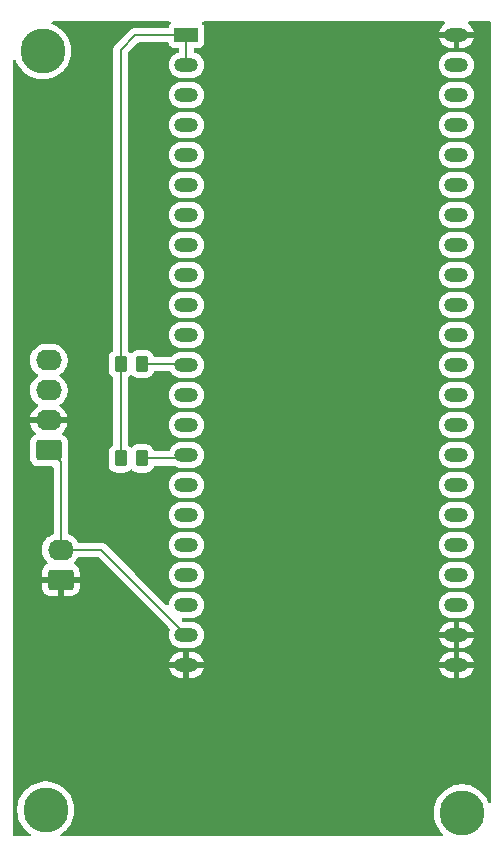
<source format=gtl>
G04 #@! TF.GenerationSoftware,KiCad,Pcbnew,9.0.0*
G04 #@! TF.CreationDate,2025-07-09T15:49:06-04:00*
G04 #@! TF.ProjectId,SMACAR RECEIVER BOARD,534d4143-4152-4205-9245-434549564552,rev?*
G04 #@! TF.SameCoordinates,Original*
G04 #@! TF.FileFunction,Copper,L1,Top*
G04 #@! TF.FilePolarity,Positive*
%FSLAX46Y46*%
G04 Gerber Fmt 4.6, Leading zero omitted, Abs format (unit mm)*
G04 Created by KiCad (PCBNEW 9.0.0) date 2025-07-09 15:49:06*
%MOMM*%
%LPD*%
G01*
G04 APERTURE LIST*
G04 Aperture macros list*
%AMRoundRect*
0 Rectangle with rounded corners*
0 $1 Rounding radius*
0 $2 $3 $4 $5 $6 $7 $8 $9 X,Y pos of 4 corners*
0 Add a 4 corners polygon primitive as box body*
4,1,4,$2,$3,$4,$5,$6,$7,$8,$9,$2,$3,0*
0 Add four circle primitives for the rounded corners*
1,1,$1+$1,$2,$3*
1,1,$1+$1,$4,$5*
1,1,$1+$1,$6,$7*
1,1,$1+$1,$8,$9*
0 Add four rect primitives between the rounded corners*
20,1,$1+$1,$2,$3,$4,$5,0*
20,1,$1+$1,$4,$5,$6,$7,0*
20,1,$1+$1,$6,$7,$8,$9,0*
20,1,$1+$1,$8,$9,$2,$3,0*%
G04 Aperture macros list end*
G04 #@! TA.AperFunction,ComponentPad*
%ADD10C,3.800000*%
G04 #@! TD*
G04 #@! TA.AperFunction,SMDPad,CuDef*
%ADD11RoundRect,0.250000X0.262500X0.450000X-0.262500X0.450000X-0.262500X-0.450000X0.262500X-0.450000X0*%
G04 #@! TD*
G04 #@! TA.AperFunction,ComponentPad*
%ADD12RoundRect,0.250000X0.845000X-0.620000X0.845000X0.620000X-0.845000X0.620000X-0.845000X-0.620000X0*%
G04 #@! TD*
G04 #@! TA.AperFunction,ComponentPad*
%ADD13O,2.190000X1.740000*%
G04 #@! TD*
G04 #@! TA.AperFunction,ComponentPad*
%ADD14R,2.000000X1.200000*%
G04 #@! TD*
G04 #@! TA.AperFunction,ComponentPad*
%ADD15O,2.000000X1.200000*%
G04 #@! TD*
G04 #@! TA.AperFunction,Conductor*
%ADD16C,0.200000*%
G04 #@! TD*
G04 APERTURE END LIST*
D10*
G04 #@! TO.P,REF\u002A\u002A,1*
G04 #@! TO.N,N/C*
X126750000Y-116750000D03*
G04 #@! TD*
D11*
G04 #@! TO.P,R3,1*
G04 #@! TO.N,SDA*
X134912500Y-79000000D03*
G04 #@! TO.P,R3,2*
G04 #@! TO.N,Net-(D2-A1)*
X133087500Y-79000000D03*
G04 #@! TD*
D10*
G04 #@! TO.P,REF\u002A\u002A,1*
G04 #@! TO.N,N/C*
X162000000Y-117000000D03*
G04 #@! TD*
G04 #@! TO.P,REF\u002A\u002A,1*
G04 #@! TO.N,N/C*
X126500000Y-52500000D03*
G04 #@! TD*
D12*
G04 #@! TO.P,J1,1,1*
G04 #@! TO.N,5V*
X127020000Y-86310000D03*
D13*
G04 #@! TO.P,J1,2,2*
G04 #@! TO.N,GND*
X127020000Y-83770000D03*
G04 #@! TO.P,J1,3,3*
G04 #@! TO.N,SCL*
X127020000Y-81230000D03*
G04 #@! TO.P,J1,4,4*
G04 #@! TO.N,SDA*
X127020000Y-78690000D03*
G04 #@! TD*
D14*
G04 #@! TO.P,U1,1,3V3*
G04 #@! TO.N,Net-(D2-A1)*
X138670000Y-51157920D03*
D15*
G04 #@! TO.P,U1,2,3V3*
X138670000Y-53697920D03*
G04 #@! TO.P,U1,3,CHIP_PU*
G04 #@! TO.N,unconnected-(U1-CHIP_PU-Pad3)*
X138670000Y-56237920D03*
G04 #@! TO.P,U1,4,GPIO4/ADC1_CH3*
G04 #@! TO.N,unconnected-(U1-GPIO4{slash}ADC1_CH3-Pad4)*
X138670000Y-58777920D03*
G04 #@! TO.P,U1,5,GPIO5/ADC1_CH4*
G04 #@! TO.N,unconnected-(U1-GPIO5{slash}ADC1_CH4-Pad5)*
X138670000Y-61317920D03*
G04 #@! TO.P,U1,6,GPIO6/ADC1_CH5*
G04 #@! TO.N,unconnected-(U1-GPIO6{slash}ADC1_CH5-Pad6)*
X138670000Y-63857920D03*
G04 #@! TO.P,U1,7,GPIO7/ADC1_CH6*
G04 #@! TO.N,unconnected-(U1-GPIO7{slash}ADC1_CH6-Pad7)*
X138670000Y-66397920D03*
G04 #@! TO.P,U1,8,GPIO15/ADC2_CH4/32K_P*
G04 #@! TO.N,unconnected-(U1-GPIO15{slash}ADC2_CH4{slash}32K_P-Pad8)*
X138670000Y-68937920D03*
G04 #@! TO.P,U1,9,GPIO16/ADC2_CH5/32K_N*
G04 #@! TO.N,unconnected-(U1-GPIO16{slash}ADC2_CH5{slash}32K_N-Pad9)*
X138670000Y-71477920D03*
G04 #@! TO.P,U1,10,GPIO17/ADC2_CH6*
G04 #@! TO.N,unconnected-(U1-GPIO17{slash}ADC2_CH6-Pad10)*
X138670000Y-74017920D03*
G04 #@! TO.P,U1,11,GPIO18/ADC2_CH7*
G04 #@! TO.N,unconnected-(U1-GPIO18{slash}ADC2_CH7-Pad11)*
X138670000Y-76557920D03*
G04 #@! TO.P,U1,12,GPIO8/ADC1_CH7*
G04 #@! TO.N,SDA*
X138670000Y-79097920D03*
G04 #@! TO.P,U1,13,GPIO3/ADC1_CH2*
G04 #@! TO.N,unconnected-(U1-GPIO3{slash}ADC1_CH2-Pad13)*
X138670000Y-81637920D03*
G04 #@! TO.P,U1,14,GPIO46*
G04 #@! TO.N,unconnected-(U1-GPIO46-Pad14)*
X138670000Y-84177920D03*
G04 #@! TO.P,U1,15,GPIO9/ADC1_CH8*
G04 #@! TO.N,SCL*
X138670000Y-86717920D03*
G04 #@! TO.P,U1,16,GPIO10/ADC1_CH9*
G04 #@! TO.N,unconnected-(U1-GPIO10{slash}ADC1_CH9-Pad16)*
X138670000Y-89257920D03*
G04 #@! TO.P,U1,17,GPIO11/ADC2_CH0*
G04 #@! TO.N,unconnected-(U1-GPIO11{slash}ADC2_CH0-Pad17)*
X138670000Y-91797920D03*
G04 #@! TO.P,U1,18,GPIO12/ADC2_CH1*
G04 #@! TO.N,unconnected-(U1-GPIO12{slash}ADC2_CH1-Pad18)*
X138670000Y-94337920D03*
G04 #@! TO.P,U1,19,GPIO13/ADC2_CH2*
G04 #@! TO.N,unconnected-(U1-GPIO13{slash}ADC2_CH2-Pad19)*
X138670000Y-96877920D03*
G04 #@! TO.P,U1,20,GPIO14/ADC2_CH3*
G04 #@! TO.N,unconnected-(U1-GPIO14{slash}ADC2_CH3-Pad20)*
X138666320Y-99415200D03*
G04 #@! TO.P,U1,21,5V*
G04 #@! TO.N,5V*
X138666320Y-101955200D03*
G04 #@! TO.P,U1,22,GND*
G04 #@! TO.N,GND*
X138666320Y-104495200D03*
G04 #@! TO.P,U1,23,GND*
X161530000Y-104497920D03*
G04 #@! TO.P,U1,24,GND*
X161530000Y-101957920D03*
G04 #@! TO.P,U1,25,GPIO19/USB_D-*
G04 #@! TO.N,unconnected-(U1-GPIO19{slash}USB_D--Pad25)*
X161530000Y-99417920D03*
G04 #@! TO.P,U1,26,GPIO20/USB_D+*
G04 #@! TO.N,unconnected-(U1-GPIO20{slash}USB_D+-Pad26)*
X161530000Y-96877920D03*
G04 #@! TO.P,U1,27,GPIO21*
G04 #@! TO.N,unconnected-(U1-GPIO21-Pad27)*
X161530000Y-94337920D03*
G04 #@! TO.P,U1,28,GPIO47*
G04 #@! TO.N,unconnected-(U1-GPIO47-Pad28)*
X161530000Y-91797920D03*
G04 #@! TO.P,U1,29,GPIO48*
G04 #@! TO.N,unconnected-(U1-GPIO48-Pad29)*
X161530000Y-89257920D03*
G04 #@! TO.P,U1,30,GPIO45*
G04 #@! TO.N,unconnected-(U1-GPIO45-Pad30)*
X161530000Y-86717920D03*
G04 #@! TO.P,U1,31,GPIO0*
G04 #@! TO.N,unconnected-(U1-GPIO0-Pad31)*
X161530000Y-84177920D03*
G04 #@! TO.P,U1,32,GPIO35*
G04 #@! TO.N,unconnected-(U1-GPIO35-Pad32)*
X161530000Y-81637920D03*
G04 #@! TO.P,U1,33,GPIO36*
G04 #@! TO.N,unconnected-(U1-GPIO36-Pad33)*
X161530000Y-79097920D03*
G04 #@! TO.P,U1,34,GPIO37*
G04 #@! TO.N,unconnected-(U1-GPIO37-Pad34)*
X161530000Y-76557920D03*
G04 #@! TO.P,U1,35,GPIO38*
G04 #@! TO.N,unconnected-(U1-GPIO38-Pad35)*
X161530000Y-74017920D03*
G04 #@! TO.P,U1,36,GPIO39/MTCK*
G04 #@! TO.N,unconnected-(U1-GPIO39{slash}MTCK-Pad36)*
X161530000Y-71477920D03*
G04 #@! TO.P,U1,37,GPIO40/MTDO*
G04 #@! TO.N,unconnected-(U1-GPIO40{slash}MTDO-Pad37)*
X161530000Y-68937920D03*
G04 #@! TO.P,U1,38,GPIO41/MTDI*
G04 #@! TO.N,unconnected-(U1-GPIO41{slash}MTDI-Pad38)*
X161530000Y-66397920D03*
G04 #@! TO.P,U1,39,GPIO42/MTMS*
G04 #@! TO.N,unconnected-(U1-GPIO42{slash}MTMS-Pad39)*
X161530000Y-63857920D03*
G04 #@! TO.P,U1,40,GPIO2/ADC1_CH1*
G04 #@! TO.N,unconnected-(U1-GPIO2{slash}ADC1_CH1-Pad40)*
X161530000Y-61317920D03*
G04 #@! TO.P,U1,41,GPIO1/ADC1_CH0*
G04 #@! TO.N,unconnected-(U1-GPIO1{slash}ADC1_CH0-Pad41)*
X161530000Y-58777920D03*
G04 #@! TO.P,U1,42,GPIO44/U0RXD*
G04 #@! TO.N,unconnected-(U1-GPIO44{slash}U0RXD-Pad42)*
X161530000Y-56237920D03*
G04 #@! TO.P,U1,43,GPIO43/U0TXD*
G04 #@! TO.N,unconnected-(U1-GPIO43{slash}U0TXD-Pad43)*
X161530000Y-53697920D03*
G04 #@! TO.P,U1,44,GND*
G04 #@! TO.N,GND*
X161530000Y-51157920D03*
G04 #@! TD*
D12*
G04 #@! TO.P,J2,1,Pin_1*
G04 #@! TO.N,GND*
X128020000Y-97270000D03*
D13*
G04 #@! TO.P,J2,2,Pin_2*
G04 #@! TO.N,5V*
X128020000Y-94730000D03*
G04 #@! TD*
D11*
G04 #@! TO.P,R4,1*
G04 #@! TO.N,SCL*
X134912500Y-87000000D03*
G04 #@! TO.P,R4,2*
G04 #@! TO.N,Net-(D2-A1)*
X133087500Y-87000000D03*
G04 #@! TD*
D16*
G04 #@! TO.N,5V*
X128020000Y-94730000D02*
X131441120Y-94730000D01*
X128020000Y-87310000D02*
X127020000Y-86310000D01*
X128020000Y-94730000D02*
X128020000Y-87310000D01*
X131441120Y-94730000D02*
X138666320Y-101955200D01*
G04 #@! TO.N,SCL*
X134912500Y-87000000D02*
X138387920Y-87000000D01*
X138387920Y-87000000D02*
X138670000Y-86717920D01*
G04 #@! TO.N,SDA*
X134912500Y-79000000D02*
X138572080Y-79000000D01*
X138572080Y-79000000D02*
X138670000Y-79097920D01*
G04 #@! TO.N,Net-(D2-A1)*
X133087500Y-87000000D02*
X133000000Y-86912500D01*
X138670000Y-51157920D02*
X138670000Y-53697920D01*
X133087500Y-87000000D02*
X133087500Y-79000000D01*
X134342080Y-51157920D02*
X133087500Y-52412500D01*
X133087500Y-52412500D02*
X133087500Y-79000000D01*
X138670000Y-51157920D02*
X134342080Y-51157920D01*
G04 #@! TD*
G04 #@! TA.AperFunction,Conductor*
G04 #@! TO.N,GND*
G36*
X137281397Y-50020185D02*
G01*
X137327152Y-50072989D01*
X137337096Y-50142147D01*
X137313624Y-50198812D01*
X137312455Y-50200372D01*
X137312454Y-50200374D01*
X137271817Y-50254656D01*
X137226204Y-50315588D01*
X137226202Y-50315591D01*
X137175908Y-50450437D01*
X137174126Y-50457982D01*
X137171853Y-50457445D01*
X137149571Y-50511232D01*
X137092177Y-50551077D01*
X137053024Y-50557420D01*
X134421137Y-50557420D01*
X134263023Y-50557420D01*
X134110295Y-50598343D01*
X134110294Y-50598343D01*
X134110292Y-50598344D01*
X134110289Y-50598345D01*
X134060176Y-50627279D01*
X134060175Y-50627280D01*
X134016769Y-50652340D01*
X133973365Y-50677399D01*
X133973362Y-50677401D01*
X132606981Y-52043782D01*
X132606977Y-52043787D01*
X132565595Y-52115465D01*
X132565595Y-52115466D01*
X132527923Y-52180714D01*
X132522296Y-52201716D01*
X132486999Y-52333443D01*
X132486999Y-52333445D01*
X132486999Y-52501546D01*
X132487000Y-52501559D01*
X132487000Y-77807491D01*
X132467315Y-77874530D01*
X132428098Y-77913029D01*
X132356344Y-77957287D01*
X132232289Y-78081342D01*
X132140187Y-78230663D01*
X132140185Y-78230668D01*
X132130960Y-78258508D01*
X132085001Y-78397203D01*
X132085001Y-78397204D01*
X132085000Y-78397204D01*
X132074500Y-78499983D01*
X132074500Y-79500001D01*
X132074501Y-79500019D01*
X132085000Y-79602796D01*
X132085001Y-79602799D01*
X132128927Y-79735356D01*
X132140186Y-79769334D01*
X132232288Y-79918656D01*
X132356344Y-80042712D01*
X132428096Y-80086968D01*
X132474821Y-80138915D01*
X132487000Y-80192507D01*
X132487000Y-85807491D01*
X132467315Y-85874530D01*
X132428098Y-85913029D01*
X132356344Y-85957287D01*
X132232289Y-86081342D01*
X132140187Y-86230663D01*
X132140186Y-86230666D01*
X132085001Y-86397203D01*
X132085001Y-86397204D01*
X132085000Y-86397204D01*
X132074500Y-86499983D01*
X132074500Y-87500001D01*
X132074501Y-87500019D01*
X132085000Y-87602796D01*
X132085001Y-87602799D01*
X132117272Y-87700184D01*
X132140186Y-87769334D01*
X132232288Y-87918656D01*
X132356344Y-88042712D01*
X132505666Y-88134814D01*
X132672203Y-88189999D01*
X132774991Y-88200500D01*
X133400008Y-88200499D01*
X133400016Y-88200498D01*
X133400019Y-88200498D01*
X133456302Y-88194748D01*
X133502797Y-88189999D01*
X133669334Y-88134814D01*
X133818656Y-88042712D01*
X133912319Y-87949049D01*
X133973642Y-87915564D01*
X134043334Y-87920548D01*
X134087681Y-87949049D01*
X134181344Y-88042712D01*
X134330666Y-88134814D01*
X134497203Y-88189999D01*
X134599991Y-88200500D01*
X135225008Y-88200499D01*
X135225016Y-88200498D01*
X135225019Y-88200498D01*
X135281302Y-88194748D01*
X135327797Y-88189999D01*
X135494334Y-88134814D01*
X135643656Y-88042712D01*
X135767712Y-87918656D01*
X135859814Y-87769334D01*
X135887595Y-87685495D01*
X135927368Y-87628051D01*
X135991884Y-87601228D01*
X136005301Y-87600500D01*
X137572194Y-87600500D01*
X137639233Y-87620185D01*
X137645079Y-87624182D01*
X137688713Y-87655883D01*
X137693212Y-87659152D01*
X137847555Y-87737793D01*
X138012299Y-87791322D01*
X138183389Y-87818420D01*
X138183390Y-87818420D01*
X139156610Y-87818420D01*
X139156611Y-87818420D01*
X139327701Y-87791322D01*
X139492445Y-87737793D01*
X139646788Y-87659152D01*
X139786928Y-87557334D01*
X139909414Y-87434848D01*
X140011232Y-87294708D01*
X140089873Y-87140365D01*
X140143402Y-86975621D01*
X140170500Y-86804531D01*
X140170500Y-86631309D01*
X160029500Y-86631309D01*
X160029500Y-86804531D01*
X160056598Y-86975621D01*
X160110127Y-87140365D01*
X160188768Y-87294708D01*
X160290586Y-87434848D01*
X160413072Y-87557334D01*
X160553212Y-87659152D01*
X160707555Y-87737793D01*
X160872299Y-87791322D01*
X161043389Y-87818420D01*
X161043390Y-87818420D01*
X162016610Y-87818420D01*
X162016611Y-87818420D01*
X162187701Y-87791322D01*
X162352445Y-87737793D01*
X162506788Y-87659152D01*
X162646928Y-87557334D01*
X162769414Y-87434848D01*
X162871232Y-87294708D01*
X162949873Y-87140365D01*
X163003402Y-86975621D01*
X163030500Y-86804531D01*
X163030500Y-86631309D01*
X163003402Y-86460219D01*
X162949873Y-86295475D01*
X162871232Y-86141132D01*
X162769414Y-86000992D01*
X162646928Y-85878506D01*
X162506788Y-85776688D01*
X162352445Y-85698047D01*
X162187701Y-85644518D01*
X162187699Y-85644517D01*
X162187698Y-85644517D01*
X162056271Y-85623701D01*
X162016611Y-85617420D01*
X161043389Y-85617420D01*
X161003728Y-85623701D01*
X160872302Y-85644517D01*
X160707552Y-85698048D01*
X160553211Y-85776688D01*
X160473256Y-85834779D01*
X160413072Y-85878506D01*
X160413070Y-85878508D01*
X160413069Y-85878508D01*
X160290588Y-86000989D01*
X160290588Y-86000990D01*
X160290586Y-86000992D01*
X160246859Y-86061176D01*
X160188768Y-86141131D01*
X160110128Y-86295472D01*
X160056597Y-86460222D01*
X160029500Y-86631309D01*
X140170500Y-86631309D01*
X140143402Y-86460219D01*
X140089873Y-86295475D01*
X140011232Y-86141132D01*
X139909414Y-86000992D01*
X139786928Y-85878506D01*
X139646788Y-85776688D01*
X139492445Y-85698047D01*
X139327701Y-85644518D01*
X139327699Y-85644517D01*
X139327698Y-85644517D01*
X139196271Y-85623701D01*
X139156611Y-85617420D01*
X138183389Y-85617420D01*
X138143728Y-85623701D01*
X138012302Y-85644517D01*
X137847552Y-85698048D01*
X137693211Y-85776688D01*
X137613256Y-85834779D01*
X137553072Y-85878506D01*
X137553070Y-85878508D01*
X137553069Y-85878508D01*
X137430588Y-86000989D01*
X137430588Y-86000990D01*
X137430586Y-86000992D01*
X137386859Y-86061176D01*
X137328768Y-86141131D01*
X137250129Y-86295469D01*
X137250127Y-86295474D01*
X137250127Y-86295475D01*
X137244165Y-86313821D01*
X137204728Y-86371495D01*
X137140369Y-86398692D01*
X137126236Y-86399500D01*
X136005301Y-86399500D01*
X135938262Y-86379815D01*
X135892507Y-86327011D01*
X135887595Y-86314504D01*
X135859814Y-86230666D01*
X135767712Y-86081344D01*
X135643656Y-85957288D01*
X135515933Y-85878508D01*
X135494336Y-85865187D01*
X135494331Y-85865185D01*
X135451840Y-85851105D01*
X135327797Y-85810001D01*
X135327795Y-85810000D01*
X135225010Y-85799500D01*
X134599998Y-85799500D01*
X134599980Y-85799501D01*
X134497203Y-85810000D01*
X134497200Y-85810001D01*
X134330668Y-85865185D01*
X134330663Y-85865187D01*
X134181342Y-85957289D01*
X134087681Y-86050951D01*
X134084902Y-86052468D01*
X134083249Y-86055170D01*
X134054435Y-86069104D01*
X134026358Y-86084436D01*
X134023200Y-86084210D01*
X134020349Y-86085589D01*
X133988580Y-86081734D01*
X133956666Y-86079452D01*
X133953188Y-86077439D01*
X133950988Y-86077173D01*
X133940886Y-86070323D01*
X133920884Y-86058751D01*
X133916420Y-86055052D01*
X133818656Y-85957288D01*
X133739548Y-85908494D01*
X133732884Y-85902972D01*
X133717992Y-85880887D01*
X133700178Y-85861081D01*
X133697911Y-85851105D01*
X133693822Y-85845041D01*
X133693530Y-85831828D01*
X133688000Y-85807491D01*
X133688000Y-84091309D01*
X137169500Y-84091309D01*
X137169500Y-84264531D01*
X137196598Y-84435621D01*
X137250127Y-84600365D01*
X137328768Y-84754708D01*
X137430586Y-84894848D01*
X137553072Y-85017334D01*
X137693212Y-85119152D01*
X137847555Y-85197793D01*
X138012299Y-85251322D01*
X138183389Y-85278420D01*
X138183390Y-85278420D01*
X139156610Y-85278420D01*
X139156611Y-85278420D01*
X139327701Y-85251322D01*
X139492445Y-85197793D01*
X139646788Y-85119152D01*
X139786928Y-85017334D01*
X139909414Y-84894848D01*
X140011232Y-84754708D01*
X140089873Y-84600365D01*
X140143402Y-84435621D01*
X140170500Y-84264531D01*
X140170500Y-84091309D01*
X160029500Y-84091309D01*
X160029500Y-84264531D01*
X160056598Y-84435621D01*
X160110127Y-84600365D01*
X160188768Y-84754708D01*
X160290586Y-84894848D01*
X160413072Y-85017334D01*
X160553212Y-85119152D01*
X160707555Y-85197793D01*
X160872299Y-85251322D01*
X161043389Y-85278420D01*
X161043390Y-85278420D01*
X162016610Y-85278420D01*
X162016611Y-85278420D01*
X162187701Y-85251322D01*
X162352445Y-85197793D01*
X162506788Y-85119152D01*
X162646928Y-85017334D01*
X162769414Y-84894848D01*
X162871232Y-84754708D01*
X162949873Y-84600365D01*
X163003402Y-84435621D01*
X163030500Y-84264531D01*
X163030500Y-84091309D01*
X163003402Y-83920219D01*
X162949873Y-83755475D01*
X162871232Y-83601132D01*
X162769414Y-83460992D01*
X162646928Y-83338506D01*
X162506788Y-83236688D01*
X162352445Y-83158047D01*
X162187701Y-83104518D01*
X162187699Y-83104517D01*
X162187698Y-83104517D01*
X162056271Y-83083701D01*
X162016611Y-83077420D01*
X161043389Y-83077420D01*
X161003728Y-83083701D01*
X160872302Y-83104517D01*
X160707552Y-83158048D01*
X160553211Y-83236688D01*
X160474491Y-83293882D01*
X160413072Y-83338506D01*
X160413070Y-83338508D01*
X160413069Y-83338508D01*
X160290588Y-83460989D01*
X160290588Y-83460990D01*
X160290586Y-83460992D01*
X160247714Y-83520000D01*
X160188768Y-83601131D01*
X160110128Y-83755472D01*
X160056597Y-83920222D01*
X160040794Y-84020000D01*
X160029500Y-84091309D01*
X140170500Y-84091309D01*
X140143402Y-83920219D01*
X140089873Y-83755475D01*
X140011232Y-83601132D01*
X139909414Y-83460992D01*
X139786928Y-83338506D01*
X139646788Y-83236688D01*
X139492445Y-83158047D01*
X139327701Y-83104518D01*
X139327699Y-83104517D01*
X139327698Y-83104517D01*
X139196271Y-83083701D01*
X139156611Y-83077420D01*
X138183389Y-83077420D01*
X138143728Y-83083701D01*
X138012302Y-83104517D01*
X137847552Y-83158048D01*
X137693211Y-83236688D01*
X137614491Y-83293882D01*
X137553072Y-83338506D01*
X137553070Y-83338508D01*
X137553069Y-83338508D01*
X137430588Y-83460989D01*
X137430588Y-83460990D01*
X137430586Y-83460992D01*
X137387714Y-83520000D01*
X137328768Y-83601131D01*
X137250128Y-83755472D01*
X137196597Y-83920222D01*
X137180794Y-84020000D01*
X137169500Y-84091309D01*
X133688000Y-84091309D01*
X133688000Y-81551309D01*
X137169500Y-81551309D01*
X137169500Y-81724531D01*
X137196598Y-81895621D01*
X137250127Y-82060365D01*
X137328768Y-82214708D01*
X137430586Y-82354848D01*
X137553072Y-82477334D01*
X137693212Y-82579152D01*
X137847555Y-82657793D01*
X138012299Y-82711322D01*
X138183389Y-82738420D01*
X138183390Y-82738420D01*
X139156610Y-82738420D01*
X139156611Y-82738420D01*
X139327701Y-82711322D01*
X139492445Y-82657793D01*
X139646788Y-82579152D01*
X139786928Y-82477334D01*
X139909414Y-82354848D01*
X140011232Y-82214708D01*
X140089873Y-82060365D01*
X140143402Y-81895621D01*
X140170500Y-81724531D01*
X140170500Y-81551309D01*
X160029500Y-81551309D01*
X160029500Y-81724531D01*
X160056598Y-81895621D01*
X160110127Y-82060365D01*
X160188768Y-82214708D01*
X160290586Y-82354848D01*
X160413072Y-82477334D01*
X160553212Y-82579152D01*
X160707555Y-82657793D01*
X160872299Y-82711322D01*
X161043389Y-82738420D01*
X161043390Y-82738420D01*
X162016610Y-82738420D01*
X162016611Y-82738420D01*
X162187701Y-82711322D01*
X162352445Y-82657793D01*
X162506788Y-82579152D01*
X162646928Y-82477334D01*
X162769414Y-82354848D01*
X162871232Y-82214708D01*
X162949873Y-82060365D01*
X163003402Y-81895621D01*
X163030500Y-81724531D01*
X163030500Y-81551309D01*
X163003402Y-81380219D01*
X162949873Y-81215475D01*
X162871232Y-81061132D01*
X162769414Y-80920992D01*
X162646928Y-80798506D01*
X162506788Y-80696688D01*
X162352445Y-80618047D01*
X162187701Y-80564518D01*
X162187699Y-80564517D01*
X162187698Y-80564517D01*
X162056271Y-80543701D01*
X162016611Y-80537420D01*
X161043389Y-80537420D01*
X161003728Y-80543701D01*
X160872302Y-80564517D01*
X160707552Y-80618048D01*
X160553211Y-80696688D01*
X160543270Y-80703911D01*
X160413072Y-80798506D01*
X160413070Y-80798508D01*
X160413069Y-80798508D01*
X160290588Y-80920989D01*
X160290588Y-80920990D01*
X160290586Y-80920992D01*
X160246859Y-80981176D01*
X160188768Y-81061131D01*
X160110128Y-81215472D01*
X160056597Y-81380222D01*
X160029561Y-81550922D01*
X160029500Y-81551309D01*
X140170500Y-81551309D01*
X140143402Y-81380219D01*
X140089873Y-81215475D01*
X140011232Y-81061132D01*
X139909414Y-80920992D01*
X139786928Y-80798506D01*
X139646788Y-80696688D01*
X139492445Y-80618047D01*
X139327701Y-80564518D01*
X139327699Y-80564517D01*
X139327698Y-80564517D01*
X139196271Y-80543701D01*
X139156611Y-80537420D01*
X138183389Y-80537420D01*
X138143728Y-80543701D01*
X138012302Y-80564517D01*
X137847552Y-80618048D01*
X137693211Y-80696688D01*
X137683270Y-80703911D01*
X137553072Y-80798506D01*
X137553070Y-80798508D01*
X137553069Y-80798508D01*
X137430588Y-80920989D01*
X137430588Y-80920990D01*
X137430586Y-80920992D01*
X137386859Y-80981176D01*
X137328768Y-81061131D01*
X137250128Y-81215472D01*
X137196597Y-81380222D01*
X137169561Y-81550922D01*
X137169500Y-81551309D01*
X133688000Y-81551309D01*
X133688000Y-80192507D01*
X133688400Y-80191144D01*
X133688030Y-80189772D01*
X133698214Y-80157720D01*
X133707685Y-80125468D01*
X133708897Y-80124098D01*
X133709189Y-80123183D01*
X133712675Y-80119834D01*
X133732884Y-80097026D01*
X133739542Y-80091509D01*
X133818656Y-80042712D01*
X133916420Y-79944947D01*
X133920884Y-79941249D01*
X133947863Y-79929640D01*
X133973642Y-79915564D01*
X133979588Y-79915989D01*
X133985065Y-79913633D01*
X134014036Y-79918452D01*
X134043334Y-79920548D01*
X134049167Y-79924297D01*
X134053987Y-79925099D01*
X134062708Y-79932999D01*
X134087681Y-79949049D01*
X134181344Y-80042712D01*
X134330666Y-80134814D01*
X134497203Y-80189999D01*
X134599991Y-80200500D01*
X135225008Y-80200499D01*
X135225016Y-80200498D01*
X135225019Y-80200498D01*
X135303245Y-80192507D01*
X135327797Y-80189999D01*
X135494334Y-80134814D01*
X135643656Y-80042712D01*
X135767712Y-79918656D01*
X135859814Y-79769334D01*
X135887595Y-79685495D01*
X135927368Y-79628051D01*
X135991884Y-79601228D01*
X136005301Y-79600500D01*
X137214970Y-79600500D01*
X137282009Y-79620185D01*
X137325456Y-79668208D01*
X137328766Y-79674706D01*
X137336606Y-79685496D01*
X137430586Y-79814848D01*
X137553072Y-79937334D01*
X137693212Y-80039152D01*
X137847555Y-80117793D01*
X138012299Y-80171322D01*
X138183389Y-80198420D01*
X138183390Y-80198420D01*
X139156610Y-80198420D01*
X139156611Y-80198420D01*
X139327701Y-80171322D01*
X139492445Y-80117793D01*
X139646788Y-80039152D01*
X139786928Y-79937334D01*
X139909414Y-79814848D01*
X140011232Y-79674708D01*
X140089873Y-79520365D01*
X140143402Y-79355621D01*
X140170500Y-79184531D01*
X140170500Y-79011309D01*
X160029500Y-79011309D01*
X160029500Y-79184531D01*
X160056598Y-79355621D01*
X160110127Y-79520365D01*
X160188768Y-79674708D01*
X160290586Y-79814848D01*
X160413072Y-79937334D01*
X160553212Y-80039152D01*
X160707555Y-80117793D01*
X160872299Y-80171322D01*
X161043389Y-80198420D01*
X161043390Y-80198420D01*
X162016610Y-80198420D01*
X162016611Y-80198420D01*
X162187701Y-80171322D01*
X162352445Y-80117793D01*
X162506788Y-80039152D01*
X162646928Y-79937334D01*
X162769414Y-79814848D01*
X162871232Y-79674708D01*
X162949873Y-79520365D01*
X163003402Y-79355621D01*
X163030500Y-79184531D01*
X163030500Y-79011309D01*
X163003402Y-78840219D01*
X162949873Y-78675475D01*
X162871232Y-78521132D01*
X162769414Y-78380992D01*
X162646928Y-78258506D01*
X162506788Y-78156688D01*
X162358912Y-78081342D01*
X162352447Y-78078048D01*
X162352446Y-78078047D01*
X162352445Y-78078047D01*
X162187701Y-78024518D01*
X162187699Y-78024517D01*
X162187698Y-78024517D01*
X162056271Y-78003701D01*
X162016611Y-77997420D01*
X161043389Y-77997420D01*
X161003728Y-78003701D01*
X160872302Y-78024517D01*
X160707552Y-78078048D01*
X160553211Y-78156688D01*
X160543270Y-78163911D01*
X160413072Y-78258506D01*
X160413070Y-78258508D01*
X160413069Y-78258508D01*
X160290588Y-78380989D01*
X160290588Y-78380990D01*
X160290586Y-78380992D01*
X160277139Y-78399500D01*
X160188768Y-78521131D01*
X160110128Y-78675472D01*
X160056597Y-78840222D01*
X160029561Y-79010922D01*
X160029500Y-79011309D01*
X140170500Y-79011309D01*
X140143402Y-78840219D01*
X140089873Y-78675475D01*
X140011232Y-78521132D01*
X139909414Y-78380992D01*
X139786928Y-78258506D01*
X139646788Y-78156688D01*
X139498912Y-78081342D01*
X139492447Y-78078048D01*
X139492446Y-78078047D01*
X139492445Y-78078047D01*
X139327701Y-78024518D01*
X139327699Y-78024517D01*
X139327698Y-78024517D01*
X139196271Y-78003701D01*
X139156611Y-77997420D01*
X138183389Y-77997420D01*
X138143728Y-78003701D01*
X138012302Y-78024517D01*
X137847552Y-78078048D01*
X137693211Y-78156688D01*
X137683270Y-78163911D01*
X137553072Y-78258506D01*
X137553070Y-78258508D01*
X137553069Y-78258508D01*
X137448397Y-78363181D01*
X137387074Y-78396666D01*
X137360716Y-78399500D01*
X136005301Y-78399500D01*
X135938262Y-78379815D01*
X135892507Y-78327011D01*
X135887595Y-78314504D01*
X135859814Y-78230666D01*
X135767712Y-78081344D01*
X135643656Y-77957288D01*
X135494334Y-77865186D01*
X135327797Y-77810001D01*
X135327795Y-77810000D01*
X135225010Y-77799500D01*
X134599998Y-77799500D01*
X134599980Y-77799501D01*
X134497203Y-77810000D01*
X134497200Y-77810001D01*
X134330668Y-77865185D01*
X134330663Y-77865187D01*
X134181342Y-77957289D01*
X134087681Y-78050951D01*
X134084902Y-78052468D01*
X134083249Y-78055170D01*
X134054435Y-78069104D01*
X134026358Y-78084436D01*
X134023200Y-78084210D01*
X134020349Y-78085589D01*
X133988580Y-78081734D01*
X133956666Y-78079452D01*
X133953188Y-78077439D01*
X133950988Y-78077173D01*
X133940886Y-78070323D01*
X133920884Y-78058751D01*
X133916420Y-78055052D01*
X133818656Y-77957288D01*
X133739548Y-77908494D01*
X133732884Y-77902972D01*
X133717992Y-77880887D01*
X133700178Y-77861081D01*
X133697911Y-77851105D01*
X133693822Y-77845041D01*
X133693530Y-77831828D01*
X133688000Y-77807491D01*
X133688000Y-76471309D01*
X137169500Y-76471309D01*
X137169500Y-76644531D01*
X137196598Y-76815621D01*
X137250127Y-76980365D01*
X137328768Y-77134708D01*
X137430586Y-77274848D01*
X137553072Y-77397334D01*
X137693212Y-77499152D01*
X137847555Y-77577793D01*
X138012299Y-77631322D01*
X138183389Y-77658420D01*
X138183390Y-77658420D01*
X139156610Y-77658420D01*
X139156611Y-77658420D01*
X139327701Y-77631322D01*
X139492445Y-77577793D01*
X139646788Y-77499152D01*
X139786928Y-77397334D01*
X139909414Y-77274848D01*
X140011232Y-77134708D01*
X140089873Y-76980365D01*
X140143402Y-76815621D01*
X140170500Y-76644531D01*
X140170500Y-76471309D01*
X160029500Y-76471309D01*
X160029500Y-76644531D01*
X160056598Y-76815621D01*
X160110127Y-76980365D01*
X160188768Y-77134708D01*
X160290586Y-77274848D01*
X160413072Y-77397334D01*
X160553212Y-77499152D01*
X160707555Y-77577793D01*
X160872299Y-77631322D01*
X161043389Y-77658420D01*
X161043390Y-77658420D01*
X162016610Y-77658420D01*
X162016611Y-77658420D01*
X162187701Y-77631322D01*
X162352445Y-77577793D01*
X162506788Y-77499152D01*
X162646928Y-77397334D01*
X162769414Y-77274848D01*
X162871232Y-77134708D01*
X162949873Y-76980365D01*
X163003402Y-76815621D01*
X163030500Y-76644531D01*
X163030500Y-76471309D01*
X163003402Y-76300219D01*
X162949873Y-76135475D01*
X162871232Y-75981132D01*
X162769414Y-75840992D01*
X162646928Y-75718506D01*
X162506788Y-75616688D01*
X162352445Y-75538047D01*
X162187701Y-75484518D01*
X162187699Y-75484517D01*
X162187698Y-75484517D01*
X162056271Y-75463701D01*
X162016611Y-75457420D01*
X161043389Y-75457420D01*
X161003728Y-75463701D01*
X160872302Y-75484517D01*
X160707552Y-75538048D01*
X160553211Y-75616688D01*
X160473256Y-75674779D01*
X160413072Y-75718506D01*
X160413070Y-75718508D01*
X160413069Y-75718508D01*
X160290588Y-75840989D01*
X160290588Y-75840990D01*
X160290586Y-75840992D01*
X160246859Y-75901176D01*
X160188768Y-75981131D01*
X160110128Y-76135472D01*
X160056597Y-76300222D01*
X160029500Y-76471309D01*
X140170500Y-76471309D01*
X140143402Y-76300219D01*
X140089873Y-76135475D01*
X140011232Y-75981132D01*
X139909414Y-75840992D01*
X139786928Y-75718506D01*
X139646788Y-75616688D01*
X139492445Y-75538047D01*
X139327701Y-75484518D01*
X139327699Y-75484517D01*
X139327698Y-75484517D01*
X139196271Y-75463701D01*
X139156611Y-75457420D01*
X138183389Y-75457420D01*
X138143728Y-75463701D01*
X138012302Y-75484517D01*
X137847552Y-75538048D01*
X137693211Y-75616688D01*
X137613256Y-75674779D01*
X137553072Y-75718506D01*
X137553070Y-75718508D01*
X137553069Y-75718508D01*
X137430588Y-75840989D01*
X137430588Y-75840990D01*
X137430586Y-75840992D01*
X137386859Y-75901176D01*
X137328768Y-75981131D01*
X137250128Y-76135472D01*
X137196597Y-76300222D01*
X137169500Y-76471309D01*
X133688000Y-76471309D01*
X133688000Y-73931309D01*
X137169500Y-73931309D01*
X137169500Y-74104531D01*
X137196598Y-74275621D01*
X137250127Y-74440365D01*
X137328768Y-74594708D01*
X137430586Y-74734848D01*
X137553072Y-74857334D01*
X137693212Y-74959152D01*
X137847555Y-75037793D01*
X138012299Y-75091322D01*
X138183389Y-75118420D01*
X138183390Y-75118420D01*
X139156610Y-75118420D01*
X139156611Y-75118420D01*
X139327701Y-75091322D01*
X139492445Y-75037793D01*
X139646788Y-74959152D01*
X139786928Y-74857334D01*
X139909414Y-74734848D01*
X140011232Y-74594708D01*
X140089873Y-74440365D01*
X140143402Y-74275621D01*
X140170500Y-74104531D01*
X140170500Y-73931309D01*
X160029500Y-73931309D01*
X160029500Y-74104531D01*
X160056598Y-74275621D01*
X160110127Y-74440365D01*
X160188768Y-74594708D01*
X160290586Y-74734848D01*
X160413072Y-74857334D01*
X160553212Y-74959152D01*
X160707555Y-75037793D01*
X160872299Y-75091322D01*
X161043389Y-75118420D01*
X161043390Y-75118420D01*
X162016610Y-75118420D01*
X162016611Y-75118420D01*
X162187701Y-75091322D01*
X162352445Y-75037793D01*
X162506788Y-74959152D01*
X162646928Y-74857334D01*
X162769414Y-74734848D01*
X162871232Y-74594708D01*
X162949873Y-74440365D01*
X163003402Y-74275621D01*
X163030500Y-74104531D01*
X163030500Y-73931309D01*
X163003402Y-73760219D01*
X162949873Y-73595475D01*
X162871232Y-73441132D01*
X162769414Y-73300992D01*
X162646928Y-73178506D01*
X162506788Y-73076688D01*
X162352445Y-72998047D01*
X162187701Y-72944518D01*
X162187699Y-72944517D01*
X162187698Y-72944517D01*
X162056271Y-72923701D01*
X162016611Y-72917420D01*
X161043389Y-72917420D01*
X161003728Y-72923701D01*
X160872302Y-72944517D01*
X160707552Y-72998048D01*
X160553211Y-73076688D01*
X160473256Y-73134779D01*
X160413072Y-73178506D01*
X160413070Y-73178508D01*
X160413069Y-73178508D01*
X160290588Y-73300989D01*
X160290588Y-73300990D01*
X160290586Y-73300992D01*
X160246859Y-73361176D01*
X160188768Y-73441131D01*
X160110128Y-73595472D01*
X160056597Y-73760222D01*
X160029500Y-73931309D01*
X140170500Y-73931309D01*
X140143402Y-73760219D01*
X140089873Y-73595475D01*
X140011232Y-73441132D01*
X139909414Y-73300992D01*
X139786928Y-73178506D01*
X139646788Y-73076688D01*
X139492445Y-72998047D01*
X139327701Y-72944518D01*
X139327699Y-72944517D01*
X139327698Y-72944517D01*
X139196271Y-72923701D01*
X139156611Y-72917420D01*
X138183389Y-72917420D01*
X138143728Y-72923701D01*
X138012302Y-72944517D01*
X137847552Y-72998048D01*
X137693211Y-73076688D01*
X137613256Y-73134779D01*
X137553072Y-73178506D01*
X137553070Y-73178508D01*
X137553069Y-73178508D01*
X137430588Y-73300989D01*
X137430588Y-73300990D01*
X137430586Y-73300992D01*
X137386859Y-73361176D01*
X137328768Y-73441131D01*
X137250128Y-73595472D01*
X137196597Y-73760222D01*
X137169500Y-73931309D01*
X133688000Y-73931309D01*
X133688000Y-71391309D01*
X137169500Y-71391309D01*
X137169500Y-71564531D01*
X137196598Y-71735621D01*
X137250127Y-71900365D01*
X137328768Y-72054708D01*
X137430586Y-72194848D01*
X137553072Y-72317334D01*
X137693212Y-72419152D01*
X137847555Y-72497793D01*
X138012299Y-72551322D01*
X138183389Y-72578420D01*
X138183390Y-72578420D01*
X139156610Y-72578420D01*
X139156611Y-72578420D01*
X139327701Y-72551322D01*
X139492445Y-72497793D01*
X139646788Y-72419152D01*
X139786928Y-72317334D01*
X139909414Y-72194848D01*
X140011232Y-72054708D01*
X140089873Y-71900365D01*
X140143402Y-71735621D01*
X140170500Y-71564531D01*
X140170500Y-71391309D01*
X160029500Y-71391309D01*
X160029500Y-71564531D01*
X160056598Y-71735621D01*
X160110127Y-71900365D01*
X160188768Y-72054708D01*
X160290586Y-72194848D01*
X160413072Y-72317334D01*
X160553212Y-72419152D01*
X160707555Y-72497793D01*
X160872299Y-72551322D01*
X161043389Y-72578420D01*
X161043390Y-72578420D01*
X162016610Y-72578420D01*
X162016611Y-72578420D01*
X162187701Y-72551322D01*
X162352445Y-72497793D01*
X162506788Y-72419152D01*
X162646928Y-72317334D01*
X162769414Y-72194848D01*
X162871232Y-72054708D01*
X162949873Y-71900365D01*
X163003402Y-71735621D01*
X163030500Y-71564531D01*
X163030500Y-71391309D01*
X163003402Y-71220219D01*
X162949873Y-71055475D01*
X162871232Y-70901132D01*
X162769414Y-70760992D01*
X162646928Y-70638506D01*
X162506788Y-70536688D01*
X162352445Y-70458047D01*
X162187701Y-70404518D01*
X162187699Y-70404517D01*
X162187698Y-70404517D01*
X162056271Y-70383701D01*
X162016611Y-70377420D01*
X161043389Y-70377420D01*
X161003728Y-70383701D01*
X160872302Y-70404517D01*
X160707552Y-70458048D01*
X160553211Y-70536688D01*
X160473256Y-70594779D01*
X160413072Y-70638506D01*
X160413070Y-70638508D01*
X160413069Y-70638508D01*
X160290588Y-70760989D01*
X160290588Y-70760990D01*
X160290586Y-70760992D01*
X160246859Y-70821176D01*
X160188768Y-70901131D01*
X160110128Y-71055472D01*
X160056597Y-71220222D01*
X160029500Y-71391309D01*
X140170500Y-71391309D01*
X140143402Y-71220219D01*
X140089873Y-71055475D01*
X140011232Y-70901132D01*
X139909414Y-70760992D01*
X139786928Y-70638506D01*
X139646788Y-70536688D01*
X139492445Y-70458047D01*
X139327701Y-70404518D01*
X139327699Y-70404517D01*
X139327698Y-70404517D01*
X139196271Y-70383701D01*
X139156611Y-70377420D01*
X138183389Y-70377420D01*
X138143728Y-70383701D01*
X138012302Y-70404517D01*
X137847552Y-70458048D01*
X137693211Y-70536688D01*
X137613256Y-70594779D01*
X137553072Y-70638506D01*
X137553070Y-70638508D01*
X137553069Y-70638508D01*
X137430588Y-70760989D01*
X137430588Y-70760990D01*
X137430586Y-70760992D01*
X137386859Y-70821176D01*
X137328768Y-70901131D01*
X137250128Y-71055472D01*
X137196597Y-71220222D01*
X137169500Y-71391309D01*
X133688000Y-71391309D01*
X133688000Y-68851309D01*
X137169500Y-68851309D01*
X137169500Y-69024531D01*
X137196598Y-69195621D01*
X137250127Y-69360365D01*
X137328768Y-69514708D01*
X137430586Y-69654848D01*
X137553072Y-69777334D01*
X137693212Y-69879152D01*
X137847555Y-69957793D01*
X138012299Y-70011322D01*
X138183389Y-70038420D01*
X138183390Y-70038420D01*
X139156610Y-70038420D01*
X139156611Y-70038420D01*
X139327701Y-70011322D01*
X139492445Y-69957793D01*
X139646788Y-69879152D01*
X139786928Y-69777334D01*
X139909414Y-69654848D01*
X140011232Y-69514708D01*
X140089873Y-69360365D01*
X140143402Y-69195621D01*
X140170500Y-69024531D01*
X140170500Y-68851309D01*
X160029500Y-68851309D01*
X160029500Y-69024531D01*
X160056598Y-69195621D01*
X160110127Y-69360365D01*
X160188768Y-69514708D01*
X160290586Y-69654848D01*
X160413072Y-69777334D01*
X160553212Y-69879152D01*
X160707555Y-69957793D01*
X160872299Y-70011322D01*
X161043389Y-70038420D01*
X161043390Y-70038420D01*
X162016610Y-70038420D01*
X162016611Y-70038420D01*
X162187701Y-70011322D01*
X162352445Y-69957793D01*
X162506788Y-69879152D01*
X162646928Y-69777334D01*
X162769414Y-69654848D01*
X162871232Y-69514708D01*
X162949873Y-69360365D01*
X163003402Y-69195621D01*
X163030500Y-69024531D01*
X163030500Y-68851309D01*
X163003402Y-68680219D01*
X162949873Y-68515475D01*
X162871232Y-68361132D01*
X162769414Y-68220992D01*
X162646928Y-68098506D01*
X162506788Y-67996688D01*
X162352445Y-67918047D01*
X162187701Y-67864518D01*
X162187699Y-67864517D01*
X162187698Y-67864517D01*
X162056271Y-67843701D01*
X162016611Y-67837420D01*
X161043389Y-67837420D01*
X161003728Y-67843701D01*
X160872302Y-67864517D01*
X160707552Y-67918048D01*
X160553211Y-67996688D01*
X160473256Y-68054779D01*
X160413072Y-68098506D01*
X160413070Y-68098508D01*
X160413069Y-68098508D01*
X160290588Y-68220989D01*
X160290588Y-68220990D01*
X160290586Y-68220992D01*
X160246859Y-68281176D01*
X160188768Y-68361131D01*
X160110128Y-68515472D01*
X160056597Y-68680222D01*
X160029500Y-68851309D01*
X140170500Y-68851309D01*
X140143402Y-68680219D01*
X140089873Y-68515475D01*
X140011232Y-68361132D01*
X139909414Y-68220992D01*
X139786928Y-68098506D01*
X139646788Y-67996688D01*
X139492445Y-67918047D01*
X139327701Y-67864518D01*
X139327699Y-67864517D01*
X139327698Y-67864517D01*
X139196271Y-67843701D01*
X139156611Y-67837420D01*
X138183389Y-67837420D01*
X138143728Y-67843701D01*
X138012302Y-67864517D01*
X137847552Y-67918048D01*
X137693211Y-67996688D01*
X137613256Y-68054779D01*
X137553072Y-68098506D01*
X137553070Y-68098508D01*
X137553069Y-68098508D01*
X137430588Y-68220989D01*
X137430588Y-68220990D01*
X137430586Y-68220992D01*
X137386859Y-68281176D01*
X137328768Y-68361131D01*
X137250128Y-68515472D01*
X137196597Y-68680222D01*
X137169500Y-68851309D01*
X133688000Y-68851309D01*
X133688000Y-66311309D01*
X137169500Y-66311309D01*
X137169500Y-66484531D01*
X137196598Y-66655621D01*
X137250127Y-66820365D01*
X137328768Y-66974708D01*
X137430586Y-67114848D01*
X137553072Y-67237334D01*
X137693212Y-67339152D01*
X137847555Y-67417793D01*
X138012299Y-67471322D01*
X138183389Y-67498420D01*
X138183390Y-67498420D01*
X139156610Y-67498420D01*
X139156611Y-67498420D01*
X139327701Y-67471322D01*
X139492445Y-67417793D01*
X139646788Y-67339152D01*
X139786928Y-67237334D01*
X139909414Y-67114848D01*
X140011232Y-66974708D01*
X140089873Y-66820365D01*
X140143402Y-66655621D01*
X140170500Y-66484531D01*
X140170500Y-66311309D01*
X160029500Y-66311309D01*
X160029500Y-66484531D01*
X160056598Y-66655621D01*
X160110127Y-66820365D01*
X160188768Y-66974708D01*
X160290586Y-67114848D01*
X160413072Y-67237334D01*
X160553212Y-67339152D01*
X160707555Y-67417793D01*
X160872299Y-67471322D01*
X161043389Y-67498420D01*
X161043390Y-67498420D01*
X162016610Y-67498420D01*
X162016611Y-67498420D01*
X162187701Y-67471322D01*
X162352445Y-67417793D01*
X162506788Y-67339152D01*
X162646928Y-67237334D01*
X162769414Y-67114848D01*
X162871232Y-66974708D01*
X162949873Y-66820365D01*
X163003402Y-66655621D01*
X163030500Y-66484531D01*
X163030500Y-66311309D01*
X163003402Y-66140219D01*
X162949873Y-65975475D01*
X162871232Y-65821132D01*
X162769414Y-65680992D01*
X162646928Y-65558506D01*
X162506788Y-65456688D01*
X162352445Y-65378047D01*
X162187701Y-65324518D01*
X162187699Y-65324517D01*
X162187698Y-65324517D01*
X162056271Y-65303701D01*
X162016611Y-65297420D01*
X161043389Y-65297420D01*
X161003728Y-65303701D01*
X160872302Y-65324517D01*
X160707552Y-65378048D01*
X160553211Y-65456688D01*
X160473256Y-65514779D01*
X160413072Y-65558506D01*
X160413070Y-65558508D01*
X160413069Y-65558508D01*
X160290588Y-65680989D01*
X160290588Y-65680990D01*
X160290586Y-65680992D01*
X160246859Y-65741176D01*
X160188768Y-65821131D01*
X160110128Y-65975472D01*
X160056597Y-66140222D01*
X160029500Y-66311309D01*
X140170500Y-66311309D01*
X140143402Y-66140219D01*
X140089873Y-65975475D01*
X140011232Y-65821132D01*
X139909414Y-65680992D01*
X139786928Y-65558506D01*
X139646788Y-65456688D01*
X139492445Y-65378047D01*
X139327701Y-65324518D01*
X139327699Y-65324517D01*
X139327698Y-65324517D01*
X139196271Y-65303701D01*
X139156611Y-65297420D01*
X138183389Y-65297420D01*
X138143728Y-65303701D01*
X138012302Y-65324517D01*
X137847552Y-65378048D01*
X137693211Y-65456688D01*
X137613256Y-65514779D01*
X137553072Y-65558506D01*
X137553070Y-65558508D01*
X137553069Y-65558508D01*
X137430588Y-65680989D01*
X137430588Y-65680990D01*
X137430586Y-65680992D01*
X137386859Y-65741176D01*
X137328768Y-65821131D01*
X137250128Y-65975472D01*
X137196597Y-66140222D01*
X137169500Y-66311309D01*
X133688000Y-66311309D01*
X133688000Y-63771309D01*
X137169500Y-63771309D01*
X137169500Y-63944531D01*
X137196598Y-64115621D01*
X137250127Y-64280365D01*
X137328768Y-64434708D01*
X137430586Y-64574848D01*
X137553072Y-64697334D01*
X137693212Y-64799152D01*
X137847555Y-64877793D01*
X138012299Y-64931322D01*
X138183389Y-64958420D01*
X138183390Y-64958420D01*
X139156610Y-64958420D01*
X139156611Y-64958420D01*
X139327701Y-64931322D01*
X139492445Y-64877793D01*
X139646788Y-64799152D01*
X139786928Y-64697334D01*
X139909414Y-64574848D01*
X140011232Y-64434708D01*
X140089873Y-64280365D01*
X140143402Y-64115621D01*
X140170500Y-63944531D01*
X140170500Y-63771309D01*
X160029500Y-63771309D01*
X160029500Y-63944531D01*
X160056598Y-64115621D01*
X160110127Y-64280365D01*
X160188768Y-64434708D01*
X160290586Y-64574848D01*
X160413072Y-64697334D01*
X160553212Y-64799152D01*
X160707555Y-64877793D01*
X160872299Y-64931322D01*
X161043389Y-64958420D01*
X161043390Y-64958420D01*
X162016610Y-64958420D01*
X162016611Y-64958420D01*
X162187701Y-64931322D01*
X162352445Y-64877793D01*
X162506788Y-64799152D01*
X162646928Y-64697334D01*
X162769414Y-64574848D01*
X162871232Y-64434708D01*
X162949873Y-64280365D01*
X163003402Y-64115621D01*
X163030500Y-63944531D01*
X163030500Y-63771309D01*
X163003402Y-63600219D01*
X162949873Y-63435475D01*
X162871232Y-63281132D01*
X162769414Y-63140992D01*
X162646928Y-63018506D01*
X162506788Y-62916688D01*
X162352445Y-62838047D01*
X162187701Y-62784518D01*
X162187699Y-62784517D01*
X162187698Y-62784517D01*
X162056271Y-62763701D01*
X162016611Y-62757420D01*
X161043389Y-62757420D01*
X161003728Y-62763701D01*
X160872302Y-62784517D01*
X160707552Y-62838048D01*
X160553211Y-62916688D01*
X160473256Y-62974779D01*
X160413072Y-63018506D01*
X160413070Y-63018508D01*
X160413069Y-63018508D01*
X160290588Y-63140989D01*
X160290588Y-63140990D01*
X160290586Y-63140992D01*
X160246859Y-63201176D01*
X160188768Y-63281131D01*
X160110128Y-63435472D01*
X160056597Y-63600222D01*
X160029500Y-63771309D01*
X140170500Y-63771309D01*
X140143402Y-63600219D01*
X140089873Y-63435475D01*
X140011232Y-63281132D01*
X139909414Y-63140992D01*
X139786928Y-63018506D01*
X139646788Y-62916688D01*
X139492445Y-62838047D01*
X139327701Y-62784518D01*
X139327699Y-62784517D01*
X139327698Y-62784517D01*
X139196271Y-62763701D01*
X139156611Y-62757420D01*
X138183389Y-62757420D01*
X138143728Y-62763701D01*
X138012302Y-62784517D01*
X137847552Y-62838048D01*
X137693211Y-62916688D01*
X137613256Y-62974779D01*
X137553072Y-63018506D01*
X137553070Y-63018508D01*
X137553069Y-63018508D01*
X137430588Y-63140989D01*
X137430588Y-63140990D01*
X137430586Y-63140992D01*
X137386859Y-63201176D01*
X137328768Y-63281131D01*
X137250128Y-63435472D01*
X137196597Y-63600222D01*
X137169500Y-63771309D01*
X133688000Y-63771309D01*
X133688000Y-61231309D01*
X137169500Y-61231309D01*
X137169500Y-61404531D01*
X137196598Y-61575621D01*
X137250127Y-61740365D01*
X137328768Y-61894708D01*
X137430586Y-62034848D01*
X137553072Y-62157334D01*
X137693212Y-62259152D01*
X137847555Y-62337793D01*
X138012299Y-62391322D01*
X138183389Y-62418420D01*
X138183390Y-62418420D01*
X139156610Y-62418420D01*
X139156611Y-62418420D01*
X139327701Y-62391322D01*
X139492445Y-62337793D01*
X139646788Y-62259152D01*
X139786928Y-62157334D01*
X139909414Y-62034848D01*
X140011232Y-61894708D01*
X140089873Y-61740365D01*
X140143402Y-61575621D01*
X140170500Y-61404531D01*
X140170500Y-61231309D01*
X160029500Y-61231309D01*
X160029500Y-61404531D01*
X160056598Y-61575621D01*
X160110127Y-61740365D01*
X160188768Y-61894708D01*
X160290586Y-62034848D01*
X160413072Y-62157334D01*
X160553212Y-62259152D01*
X160707555Y-62337793D01*
X160872299Y-62391322D01*
X161043389Y-62418420D01*
X161043390Y-62418420D01*
X162016610Y-62418420D01*
X162016611Y-62418420D01*
X162187701Y-62391322D01*
X162352445Y-62337793D01*
X162506788Y-62259152D01*
X162646928Y-62157334D01*
X162769414Y-62034848D01*
X162871232Y-61894708D01*
X162949873Y-61740365D01*
X163003402Y-61575621D01*
X163030500Y-61404531D01*
X163030500Y-61231309D01*
X163003402Y-61060219D01*
X162949873Y-60895475D01*
X162871232Y-60741132D01*
X162769414Y-60600992D01*
X162646928Y-60478506D01*
X162506788Y-60376688D01*
X162352445Y-60298047D01*
X162187701Y-60244518D01*
X162187699Y-60244517D01*
X162187698Y-60244517D01*
X162056271Y-60223701D01*
X162016611Y-60217420D01*
X161043389Y-60217420D01*
X161003728Y-60223701D01*
X160872302Y-60244517D01*
X160707552Y-60298048D01*
X160553211Y-60376688D01*
X160473256Y-60434779D01*
X160413072Y-60478506D01*
X160413070Y-60478508D01*
X160413069Y-60478508D01*
X160290588Y-60600989D01*
X160290588Y-60600990D01*
X160290586Y-60600992D01*
X160246859Y-60661176D01*
X160188768Y-60741131D01*
X160110128Y-60895472D01*
X160056597Y-61060222D01*
X160029500Y-61231309D01*
X140170500Y-61231309D01*
X140143402Y-61060219D01*
X140089873Y-60895475D01*
X140011232Y-60741132D01*
X139909414Y-60600992D01*
X139786928Y-60478506D01*
X139646788Y-60376688D01*
X139492445Y-60298047D01*
X139327701Y-60244518D01*
X139327699Y-60244517D01*
X139327698Y-60244517D01*
X139196271Y-60223701D01*
X139156611Y-60217420D01*
X138183389Y-60217420D01*
X138143728Y-60223701D01*
X138012302Y-60244517D01*
X137847552Y-60298048D01*
X137693211Y-60376688D01*
X137613256Y-60434779D01*
X137553072Y-60478506D01*
X137553070Y-60478508D01*
X137553069Y-60478508D01*
X137430588Y-60600989D01*
X137430588Y-60600990D01*
X137430586Y-60600992D01*
X137386859Y-60661176D01*
X137328768Y-60741131D01*
X137250128Y-60895472D01*
X137196597Y-61060222D01*
X137169500Y-61231309D01*
X133688000Y-61231309D01*
X133688000Y-58691309D01*
X137169500Y-58691309D01*
X137169500Y-58864531D01*
X137196598Y-59035621D01*
X137250127Y-59200365D01*
X137328768Y-59354708D01*
X137430586Y-59494848D01*
X137553072Y-59617334D01*
X137693212Y-59719152D01*
X137847555Y-59797793D01*
X138012299Y-59851322D01*
X138183389Y-59878420D01*
X138183390Y-59878420D01*
X139156610Y-59878420D01*
X139156611Y-59878420D01*
X139327701Y-59851322D01*
X139492445Y-59797793D01*
X139646788Y-59719152D01*
X139786928Y-59617334D01*
X139909414Y-59494848D01*
X140011232Y-59354708D01*
X140089873Y-59200365D01*
X140143402Y-59035621D01*
X140170500Y-58864531D01*
X140170500Y-58691309D01*
X160029500Y-58691309D01*
X160029500Y-58864531D01*
X160056598Y-59035621D01*
X160110127Y-59200365D01*
X160188768Y-59354708D01*
X160290586Y-59494848D01*
X160413072Y-59617334D01*
X160553212Y-59719152D01*
X160707555Y-59797793D01*
X160872299Y-59851322D01*
X161043389Y-59878420D01*
X161043390Y-59878420D01*
X162016610Y-59878420D01*
X162016611Y-59878420D01*
X162187701Y-59851322D01*
X162352445Y-59797793D01*
X162506788Y-59719152D01*
X162646928Y-59617334D01*
X162769414Y-59494848D01*
X162871232Y-59354708D01*
X162949873Y-59200365D01*
X163003402Y-59035621D01*
X163030500Y-58864531D01*
X163030500Y-58691309D01*
X163003402Y-58520219D01*
X162949873Y-58355475D01*
X162871232Y-58201132D01*
X162769414Y-58060992D01*
X162646928Y-57938506D01*
X162506788Y-57836688D01*
X162352445Y-57758047D01*
X162187701Y-57704518D01*
X162187699Y-57704517D01*
X162187698Y-57704517D01*
X162056271Y-57683701D01*
X162016611Y-57677420D01*
X161043389Y-57677420D01*
X161003728Y-57683701D01*
X160872302Y-57704517D01*
X160707552Y-57758048D01*
X160553211Y-57836688D01*
X160473256Y-57894779D01*
X160413072Y-57938506D01*
X160413070Y-57938508D01*
X160413069Y-57938508D01*
X160290588Y-58060989D01*
X160290588Y-58060990D01*
X160290586Y-58060992D01*
X160246859Y-58121176D01*
X160188768Y-58201131D01*
X160110128Y-58355472D01*
X160056597Y-58520222D01*
X160029500Y-58691309D01*
X140170500Y-58691309D01*
X140143402Y-58520219D01*
X140089873Y-58355475D01*
X140011232Y-58201132D01*
X139909414Y-58060992D01*
X139786928Y-57938506D01*
X139646788Y-57836688D01*
X139492445Y-57758047D01*
X139327701Y-57704518D01*
X139327699Y-57704517D01*
X139327698Y-57704517D01*
X139196271Y-57683701D01*
X139156611Y-57677420D01*
X138183389Y-57677420D01*
X138143728Y-57683701D01*
X138012302Y-57704517D01*
X137847552Y-57758048D01*
X137693211Y-57836688D01*
X137613256Y-57894779D01*
X137553072Y-57938506D01*
X137553070Y-57938508D01*
X137553069Y-57938508D01*
X137430588Y-58060989D01*
X137430588Y-58060990D01*
X137430586Y-58060992D01*
X137386859Y-58121176D01*
X137328768Y-58201131D01*
X137250128Y-58355472D01*
X137196597Y-58520222D01*
X137169500Y-58691309D01*
X133688000Y-58691309D01*
X133688000Y-56151309D01*
X137169500Y-56151309D01*
X137169500Y-56324531D01*
X137196598Y-56495621D01*
X137250127Y-56660365D01*
X137328768Y-56814708D01*
X137430586Y-56954848D01*
X137553072Y-57077334D01*
X137693212Y-57179152D01*
X137847555Y-57257793D01*
X138012299Y-57311322D01*
X138183389Y-57338420D01*
X138183390Y-57338420D01*
X139156610Y-57338420D01*
X139156611Y-57338420D01*
X139327701Y-57311322D01*
X139492445Y-57257793D01*
X139646788Y-57179152D01*
X139786928Y-57077334D01*
X139909414Y-56954848D01*
X140011232Y-56814708D01*
X140089873Y-56660365D01*
X140143402Y-56495621D01*
X140170500Y-56324531D01*
X140170500Y-56151309D01*
X160029500Y-56151309D01*
X160029500Y-56324531D01*
X160056598Y-56495621D01*
X160110127Y-56660365D01*
X160188768Y-56814708D01*
X160290586Y-56954848D01*
X160413072Y-57077334D01*
X160553212Y-57179152D01*
X160707555Y-57257793D01*
X160872299Y-57311322D01*
X161043389Y-57338420D01*
X161043390Y-57338420D01*
X162016610Y-57338420D01*
X162016611Y-57338420D01*
X162187701Y-57311322D01*
X162352445Y-57257793D01*
X162506788Y-57179152D01*
X162646928Y-57077334D01*
X162769414Y-56954848D01*
X162871232Y-56814708D01*
X162949873Y-56660365D01*
X163003402Y-56495621D01*
X163030500Y-56324531D01*
X163030500Y-56151309D01*
X163003402Y-55980219D01*
X162949873Y-55815475D01*
X162871232Y-55661132D01*
X162769414Y-55520992D01*
X162646928Y-55398506D01*
X162506788Y-55296688D01*
X162352445Y-55218047D01*
X162187701Y-55164518D01*
X162187699Y-55164517D01*
X162187698Y-55164517D01*
X162056271Y-55143701D01*
X162016611Y-55137420D01*
X161043389Y-55137420D01*
X161003728Y-55143701D01*
X160872302Y-55164517D01*
X160707552Y-55218048D01*
X160553211Y-55296688D01*
X160473256Y-55354779D01*
X160413072Y-55398506D01*
X160413070Y-55398508D01*
X160413069Y-55398508D01*
X160290588Y-55520989D01*
X160290588Y-55520990D01*
X160290586Y-55520992D01*
X160246859Y-55581176D01*
X160188768Y-55661131D01*
X160110128Y-55815472D01*
X160056597Y-55980222D01*
X160029500Y-56151309D01*
X140170500Y-56151309D01*
X140143402Y-55980219D01*
X140089873Y-55815475D01*
X140011232Y-55661132D01*
X139909414Y-55520992D01*
X139786928Y-55398506D01*
X139646788Y-55296688D01*
X139492445Y-55218047D01*
X139327701Y-55164518D01*
X139327699Y-55164517D01*
X139327698Y-55164517D01*
X139196271Y-55143701D01*
X139156611Y-55137420D01*
X138183389Y-55137420D01*
X138143728Y-55143701D01*
X138012302Y-55164517D01*
X137847552Y-55218048D01*
X137693211Y-55296688D01*
X137613256Y-55354779D01*
X137553072Y-55398506D01*
X137553070Y-55398508D01*
X137553069Y-55398508D01*
X137430588Y-55520989D01*
X137430588Y-55520990D01*
X137430586Y-55520992D01*
X137386859Y-55581176D01*
X137328768Y-55661131D01*
X137250128Y-55815472D01*
X137196597Y-55980222D01*
X137169500Y-56151309D01*
X133688000Y-56151309D01*
X133688000Y-52712597D01*
X133707685Y-52645558D01*
X133724319Y-52624916D01*
X134554496Y-51794739D01*
X134615819Y-51761254D01*
X134642177Y-51758420D01*
X137053023Y-51758420D01*
X137120062Y-51778105D01*
X137165817Y-51830909D01*
X137173266Y-51858054D01*
X137174124Y-51857852D01*
X137175907Y-51865399D01*
X137226202Y-52000248D01*
X137226206Y-52000255D01*
X137312452Y-52115464D01*
X137312454Y-52115466D01*
X137427664Y-52201713D01*
X137427671Y-52201717D01*
X137472618Y-52218481D01*
X137562517Y-52252011D01*
X137622127Y-52258420D01*
X137945500Y-52258419D01*
X137954186Y-52260969D01*
X137963147Y-52259681D01*
X137987183Y-52270658D01*
X138012539Y-52278103D01*
X138018467Y-52284945D01*
X138026703Y-52288706D01*
X138040989Y-52310937D01*
X138058294Y-52330907D01*
X138060581Y-52341422D01*
X138064477Y-52347484D01*
X138069500Y-52382419D01*
X138069500Y-52515841D01*
X138049815Y-52582880D01*
X137997011Y-52628635D01*
X137983822Y-52633770D01*
X137980627Y-52634809D01*
X137847550Y-52678048D01*
X137693211Y-52756688D01*
X137613256Y-52814779D01*
X137553072Y-52858506D01*
X137553070Y-52858508D01*
X137553069Y-52858508D01*
X137430588Y-52980989D01*
X137430588Y-52980990D01*
X137430586Y-52980992D01*
X137386859Y-53041176D01*
X137328768Y-53121131D01*
X137250128Y-53275472D01*
X137196597Y-53440222D01*
X137169500Y-53611309D01*
X137169500Y-53784531D01*
X137196598Y-53955621D01*
X137250127Y-54120365D01*
X137328768Y-54274708D01*
X137430586Y-54414848D01*
X137553072Y-54537334D01*
X137693212Y-54639152D01*
X137847555Y-54717793D01*
X138012299Y-54771322D01*
X138183389Y-54798420D01*
X138183390Y-54798420D01*
X139156610Y-54798420D01*
X139156611Y-54798420D01*
X139327701Y-54771322D01*
X139492445Y-54717793D01*
X139646788Y-54639152D01*
X139786928Y-54537334D01*
X139909414Y-54414848D01*
X140011232Y-54274708D01*
X140089873Y-54120365D01*
X140143402Y-53955621D01*
X140170500Y-53784531D01*
X140170500Y-53611309D01*
X160029500Y-53611309D01*
X160029500Y-53784531D01*
X160056598Y-53955621D01*
X160110127Y-54120365D01*
X160188768Y-54274708D01*
X160290586Y-54414848D01*
X160413072Y-54537334D01*
X160553212Y-54639152D01*
X160707555Y-54717793D01*
X160872299Y-54771322D01*
X161043389Y-54798420D01*
X161043390Y-54798420D01*
X162016610Y-54798420D01*
X162016611Y-54798420D01*
X162187701Y-54771322D01*
X162352445Y-54717793D01*
X162506788Y-54639152D01*
X162646928Y-54537334D01*
X162769414Y-54414848D01*
X162871232Y-54274708D01*
X162949873Y-54120365D01*
X163003402Y-53955621D01*
X163030500Y-53784531D01*
X163030500Y-53611309D01*
X163003402Y-53440219D01*
X162949873Y-53275475D01*
X162871232Y-53121132D01*
X162769414Y-52980992D01*
X162646928Y-52858506D01*
X162506788Y-52756688D01*
X162352445Y-52678047D01*
X162187701Y-52624518D01*
X162187699Y-52624517D01*
X162187698Y-52624517D01*
X162035710Y-52600445D01*
X162016611Y-52597420D01*
X161043389Y-52597420D01*
X161024290Y-52600445D01*
X160872302Y-52624517D01*
X160707552Y-52678048D01*
X160553211Y-52756688D01*
X160473256Y-52814779D01*
X160413072Y-52858506D01*
X160413070Y-52858508D01*
X160413069Y-52858508D01*
X160290588Y-52980989D01*
X160290588Y-52980990D01*
X160290586Y-52980992D01*
X160246859Y-53041176D01*
X160188768Y-53121131D01*
X160110128Y-53275472D01*
X160056597Y-53440222D01*
X160029500Y-53611309D01*
X140170500Y-53611309D01*
X140143402Y-53440219D01*
X140089873Y-53275475D01*
X140011232Y-53121132D01*
X139909414Y-52980992D01*
X139786928Y-52858506D01*
X139646788Y-52756688D01*
X139492449Y-52678048D01*
X139359373Y-52634809D01*
X139356180Y-52633771D01*
X139335778Y-52619821D01*
X139313297Y-52609554D01*
X139307443Y-52600445D01*
X139298506Y-52594334D01*
X139288885Y-52571568D01*
X139275523Y-52550776D01*
X139273163Y-52534365D01*
X139271308Y-52529975D01*
X139270500Y-52515841D01*
X139270500Y-52382419D01*
X139290185Y-52315380D01*
X139342989Y-52269625D01*
X139394500Y-52258419D01*
X139717871Y-52258419D01*
X139717872Y-52258419D01*
X139777483Y-52252011D01*
X139912331Y-52201716D01*
X140027546Y-52115466D01*
X140113796Y-52000251D01*
X140164091Y-51865403D01*
X140170500Y-51805793D01*
X140170499Y-51108712D01*
X140170499Y-50510049D01*
X140170498Y-50510043D01*
X140164091Y-50450436D01*
X140113797Y-50315591D01*
X140113795Y-50315588D01*
X140086206Y-50278734D01*
X140027546Y-50200374D01*
X140027544Y-50200372D01*
X140026376Y-50198812D01*
X140001958Y-50133347D01*
X140016809Y-50065074D01*
X140066214Y-50015668D01*
X140125642Y-50000500D01*
X160469988Y-50000500D01*
X160537027Y-50020185D01*
X160582782Y-50072989D01*
X160592726Y-50142147D01*
X160563701Y-50205703D01*
X160542873Y-50224819D01*
X160413397Y-50318887D01*
X160290967Y-50441317D01*
X160189195Y-50581395D01*
X160110591Y-50735664D01*
X160057085Y-50900335D01*
X160055884Y-50907919D01*
X160055885Y-50907920D01*
X161214314Y-50907920D01*
X161209920Y-50912314D01*
X161157259Y-51003526D01*
X161130000Y-51105259D01*
X161130000Y-51210581D01*
X161157259Y-51312314D01*
X161209920Y-51403526D01*
X161214314Y-51407920D01*
X160055885Y-51407920D01*
X160057085Y-51415504D01*
X160110591Y-51580175D01*
X160189195Y-51734444D01*
X160290967Y-51874522D01*
X160413397Y-51996952D01*
X160553475Y-52098724D01*
X160707742Y-52177328D01*
X160872415Y-52230834D01*
X161043429Y-52257920D01*
X161280000Y-52257920D01*
X161280000Y-51473606D01*
X161284394Y-51478000D01*
X161375606Y-51530661D01*
X161477339Y-51557920D01*
X161582661Y-51557920D01*
X161684394Y-51530661D01*
X161775606Y-51478000D01*
X161780000Y-51473606D01*
X161780000Y-52257920D01*
X162016571Y-52257920D01*
X162187584Y-52230834D01*
X162352257Y-52177328D01*
X162506524Y-52098724D01*
X162646602Y-51996952D01*
X162769032Y-51874522D01*
X162870804Y-51734444D01*
X162949408Y-51580175D01*
X163002914Y-51415504D01*
X163004115Y-51407920D01*
X161845686Y-51407920D01*
X161850080Y-51403526D01*
X161902741Y-51312314D01*
X161930000Y-51210581D01*
X161930000Y-51105259D01*
X161902741Y-51003526D01*
X161850080Y-50912314D01*
X161845686Y-50907920D01*
X163004115Y-50907920D01*
X163004115Y-50907919D01*
X163002914Y-50900335D01*
X162949408Y-50735664D01*
X162870804Y-50581395D01*
X162769032Y-50441317D01*
X162646602Y-50318887D01*
X162517127Y-50224819D01*
X162474461Y-50169489D01*
X162468482Y-50099875D01*
X162501087Y-50038080D01*
X162561926Y-50003723D01*
X162590012Y-50000500D01*
X164350500Y-50000500D01*
X164417539Y-50020185D01*
X164463294Y-50072989D01*
X164474500Y-50124500D01*
X164474500Y-116073809D01*
X164454815Y-116140848D01*
X164402011Y-116186603D01*
X164332853Y-116196547D01*
X164269297Y-116167522D01*
X164233459Y-116114764D01*
X164222837Y-116084409D01*
X164221267Y-116079921D01*
X164104284Y-115837003D01*
X163960838Y-115608711D01*
X163792734Y-115397915D01*
X163602085Y-115207266D01*
X163391289Y-115039162D01*
X163162997Y-114895716D01*
X163162994Y-114895714D01*
X162920082Y-114778734D01*
X162665602Y-114689687D01*
X162665594Y-114689684D01*
X162468446Y-114644687D01*
X162402732Y-114629688D01*
X162402728Y-114629687D01*
X162402719Y-114629686D01*
X162134813Y-114599500D01*
X162134809Y-114599500D01*
X161865191Y-114599500D01*
X161865186Y-114599500D01*
X161597280Y-114629686D01*
X161597268Y-114629688D01*
X161334405Y-114689684D01*
X161334397Y-114689687D01*
X161079917Y-114778734D01*
X160837005Y-114895714D01*
X160608712Y-115039161D01*
X160397915Y-115207265D01*
X160207265Y-115397915D01*
X160039161Y-115608712D01*
X159895714Y-115837005D01*
X159778734Y-116079917D01*
X159689687Y-116334397D01*
X159689684Y-116334405D01*
X159629688Y-116597268D01*
X159629686Y-116597280D01*
X159599500Y-116865186D01*
X159599500Y-117134813D01*
X159629686Y-117402719D01*
X159629688Y-117402731D01*
X159689684Y-117665594D01*
X159689687Y-117665602D01*
X159778734Y-117920082D01*
X159895714Y-118162994D01*
X159895716Y-118162997D01*
X160039162Y-118391289D01*
X160159935Y-118542734D01*
X160207265Y-118602084D01*
X160393000Y-118787819D01*
X160426485Y-118849142D01*
X160421501Y-118918834D01*
X160379629Y-118974767D01*
X160314165Y-118999184D01*
X160305319Y-118999500D01*
X128112300Y-118999500D01*
X128045261Y-118979815D01*
X127999506Y-118927011D01*
X127989562Y-118857853D01*
X128018587Y-118794297D01*
X128046328Y-118770506D01*
X128141289Y-118710838D01*
X128352085Y-118542734D01*
X128542734Y-118352085D01*
X128710838Y-118141289D01*
X128854284Y-117912997D01*
X128971267Y-117670079D01*
X129060316Y-117415591D01*
X129120312Y-117152732D01*
X129150500Y-116884809D01*
X129150500Y-116615191D01*
X129120312Y-116347268D01*
X129060316Y-116084409D01*
X128971267Y-115829921D01*
X128893278Y-115667975D01*
X128854285Y-115587005D01*
X128854284Y-115587003D01*
X128710838Y-115358711D01*
X128542734Y-115147915D01*
X128352085Y-114957266D01*
X128141289Y-114789162D01*
X127912997Y-114645716D01*
X127912994Y-114645714D01*
X127670082Y-114528734D01*
X127415602Y-114439687D01*
X127415594Y-114439684D01*
X127218446Y-114394687D01*
X127152732Y-114379688D01*
X127152728Y-114379687D01*
X127152719Y-114379686D01*
X126884813Y-114349500D01*
X126884809Y-114349500D01*
X126615191Y-114349500D01*
X126615186Y-114349500D01*
X126347280Y-114379686D01*
X126347268Y-114379688D01*
X126084405Y-114439684D01*
X126084397Y-114439687D01*
X125829917Y-114528734D01*
X125587005Y-114645714D01*
X125358712Y-114789161D01*
X125147915Y-114957265D01*
X124957265Y-115147915D01*
X124789161Y-115358712D01*
X124645714Y-115587005D01*
X124528734Y-115829917D01*
X124439687Y-116084397D01*
X124439684Y-116084405D01*
X124379688Y-116347268D01*
X124379686Y-116347280D01*
X124349500Y-116615186D01*
X124349500Y-116884813D01*
X124379686Y-117152719D01*
X124379688Y-117152731D01*
X124439684Y-117415594D01*
X124439687Y-117415602D01*
X124528734Y-117670082D01*
X124645714Y-117912994D01*
X124645716Y-117912997D01*
X124789162Y-118141289D01*
X124957266Y-118352085D01*
X125147915Y-118542734D01*
X125358711Y-118710838D01*
X125453672Y-118770506D01*
X125499963Y-118822841D01*
X125510611Y-118891894D01*
X125482236Y-118955743D01*
X125423847Y-118994115D01*
X125387700Y-118999500D01*
X124124500Y-118999500D01*
X124057461Y-118979815D01*
X124011706Y-118927011D01*
X124000500Y-118875500D01*
X124000500Y-104245199D01*
X137192204Y-104245199D01*
X137192205Y-104245200D01*
X138350634Y-104245200D01*
X138346240Y-104249594D01*
X138293579Y-104340806D01*
X138266320Y-104442539D01*
X138266320Y-104547861D01*
X138293579Y-104649594D01*
X138346240Y-104740806D01*
X138350634Y-104745200D01*
X137192205Y-104745200D01*
X137193405Y-104752784D01*
X137246911Y-104917455D01*
X137325515Y-105071724D01*
X137427287Y-105211802D01*
X137549717Y-105334232D01*
X137689795Y-105436004D01*
X137844062Y-105514608D01*
X138008735Y-105568114D01*
X138179749Y-105595200D01*
X138416320Y-105595200D01*
X138416320Y-104810886D01*
X138420714Y-104815280D01*
X138511926Y-104867941D01*
X138613659Y-104895200D01*
X138718981Y-104895200D01*
X138820714Y-104867941D01*
X138911926Y-104815280D01*
X138916320Y-104810886D01*
X138916320Y-105595200D01*
X139152891Y-105595200D01*
X139323904Y-105568114D01*
X139488577Y-105514608D01*
X139642844Y-105436004D01*
X139782922Y-105334232D01*
X139905352Y-105211802D01*
X140007124Y-105071724D01*
X140085728Y-104917455D01*
X140139234Y-104752784D01*
X140139234Y-104752783D01*
X140140435Y-104745200D01*
X138982006Y-104745200D01*
X138986400Y-104740806D01*
X139039061Y-104649594D01*
X139066320Y-104547861D01*
X139066320Y-104442539D01*
X139039061Y-104340806D01*
X138986400Y-104249594D01*
X138984725Y-104247919D01*
X160055884Y-104247919D01*
X160055885Y-104247920D01*
X161214314Y-104247920D01*
X161209920Y-104252314D01*
X161157259Y-104343526D01*
X161130000Y-104445259D01*
X161130000Y-104550581D01*
X161157259Y-104652314D01*
X161209920Y-104743526D01*
X161214314Y-104747920D01*
X160055885Y-104747920D01*
X160057085Y-104755504D01*
X160110591Y-104920175D01*
X160189195Y-105074444D01*
X160290967Y-105214522D01*
X160413397Y-105336952D01*
X160553475Y-105438724D01*
X160707742Y-105517328D01*
X160872415Y-105570834D01*
X161043429Y-105597920D01*
X161280000Y-105597920D01*
X161280000Y-104813606D01*
X161284394Y-104818000D01*
X161375606Y-104870661D01*
X161477339Y-104897920D01*
X161582661Y-104897920D01*
X161684394Y-104870661D01*
X161775606Y-104818000D01*
X161780000Y-104813606D01*
X161780000Y-105597920D01*
X162016571Y-105597920D01*
X162187584Y-105570834D01*
X162352257Y-105517328D01*
X162506524Y-105438724D01*
X162646602Y-105336952D01*
X162769032Y-105214522D01*
X162870804Y-105074444D01*
X162949408Y-104920175D01*
X163002914Y-104755504D01*
X163004115Y-104747920D01*
X161845686Y-104747920D01*
X161850080Y-104743526D01*
X161902741Y-104652314D01*
X161930000Y-104550581D01*
X161930000Y-104445259D01*
X161902741Y-104343526D01*
X161850080Y-104252314D01*
X161845686Y-104247920D01*
X163004115Y-104247920D01*
X163004115Y-104247919D01*
X163002914Y-104240335D01*
X162949408Y-104075664D01*
X162870804Y-103921395D01*
X162769032Y-103781317D01*
X162646602Y-103658887D01*
X162506524Y-103557115D01*
X162352257Y-103478511D01*
X162187584Y-103425005D01*
X162016571Y-103397920D01*
X161780000Y-103397920D01*
X161780000Y-104182234D01*
X161775606Y-104177840D01*
X161684394Y-104125179D01*
X161582661Y-104097920D01*
X161477339Y-104097920D01*
X161375606Y-104125179D01*
X161284394Y-104177840D01*
X161280000Y-104182234D01*
X161280000Y-103397920D01*
X161043429Y-103397920D01*
X160872415Y-103425005D01*
X160707742Y-103478511D01*
X160553475Y-103557115D01*
X160413397Y-103658887D01*
X160290967Y-103781317D01*
X160189195Y-103921395D01*
X160110591Y-104075664D01*
X160057085Y-104240335D01*
X160055884Y-104247919D01*
X138984725Y-104247919D01*
X138982006Y-104245200D01*
X140140435Y-104245200D01*
X140140435Y-104245199D01*
X140139234Y-104237615D01*
X140085728Y-104072944D01*
X140007124Y-103918675D01*
X139905352Y-103778597D01*
X139782922Y-103656167D01*
X139642844Y-103554395D01*
X139488577Y-103475791D01*
X139323904Y-103422285D01*
X139152891Y-103395200D01*
X138916320Y-103395200D01*
X138916320Y-104179514D01*
X138911926Y-104175120D01*
X138820714Y-104122459D01*
X138718981Y-104095200D01*
X138613659Y-104095200D01*
X138511926Y-104122459D01*
X138420714Y-104175120D01*
X138416320Y-104179514D01*
X138416320Y-103395200D01*
X138179749Y-103395200D01*
X138008735Y-103422285D01*
X137844062Y-103475791D01*
X137689795Y-103554395D01*
X137549717Y-103656167D01*
X137427287Y-103778597D01*
X137325515Y-103918675D01*
X137246911Y-104072944D01*
X137193405Y-104237615D01*
X137192204Y-104245199D01*
X124000500Y-104245199D01*
X124000500Y-78582133D01*
X125424500Y-78582133D01*
X125424500Y-78797866D01*
X125431209Y-78840222D01*
X125458246Y-79010926D01*
X125524908Y-79216089D01*
X125622843Y-79408299D01*
X125749641Y-79582821D01*
X125902179Y-79735359D01*
X126011586Y-79814848D01*
X126073294Y-79859682D01*
X126115959Y-79915012D01*
X126121938Y-79984626D01*
X126089332Y-80046421D01*
X126073294Y-80060318D01*
X125902179Y-80184641D01*
X125902177Y-80184643D01*
X125902176Y-80184643D01*
X125749643Y-80337176D01*
X125749643Y-80337177D01*
X125749641Y-80337179D01*
X125695186Y-80412129D01*
X125622843Y-80511700D01*
X125524909Y-80703908D01*
X125458245Y-80909077D01*
X125424500Y-81122133D01*
X125424500Y-81337866D01*
X125431209Y-81380222D01*
X125458246Y-81550926D01*
X125524908Y-81756089D01*
X125622843Y-81948299D01*
X125749641Y-82122821D01*
X125902179Y-82275359D01*
X126011589Y-82354850D01*
X126073720Y-82399991D01*
X126116385Y-82455321D01*
X126122364Y-82524935D01*
X126089758Y-82586730D01*
X126073720Y-82600627D01*
X125902503Y-82725024D01*
X125750025Y-82877502D01*
X125750025Y-82877503D01*
X125623271Y-83051963D01*
X125525372Y-83244098D01*
X125458733Y-83449190D01*
X125447519Y-83520000D01*
X126477291Y-83520000D01*
X126465548Y-83540339D01*
X126425000Y-83691667D01*
X126425000Y-83848333D01*
X126465548Y-83999661D01*
X126477291Y-84020000D01*
X125447519Y-84020000D01*
X125458733Y-84090809D01*
X125525372Y-84295901D01*
X125623271Y-84488036D01*
X125750025Y-84662496D01*
X125750025Y-84662497D01*
X125892107Y-84804579D01*
X125925592Y-84865902D01*
X125920608Y-84935594D01*
X125878736Y-84991527D01*
X125856840Y-85004638D01*
X125855672Y-85005182D01*
X125706342Y-85097289D01*
X125582289Y-85221342D01*
X125490187Y-85370663D01*
X125490186Y-85370666D01*
X125435001Y-85537203D01*
X125435001Y-85537204D01*
X125435000Y-85537204D01*
X125424500Y-85639983D01*
X125424500Y-86980001D01*
X125424501Y-86980018D01*
X125435000Y-87082796D01*
X125435001Y-87082799D01*
X125460261Y-87159028D01*
X125490186Y-87249334D01*
X125582288Y-87398656D01*
X125706344Y-87522712D01*
X125855666Y-87614814D01*
X126022203Y-87669999D01*
X126124991Y-87680500D01*
X127295500Y-87680499D01*
X127362539Y-87700184D01*
X127408294Y-87752987D01*
X127419500Y-87804499D01*
X127419500Y-93320887D01*
X127399815Y-93387926D01*
X127347011Y-93433681D01*
X127333821Y-93438816D01*
X127319580Y-93443444D01*
X127268906Y-93459909D01*
X127076700Y-93557843D01*
X126989788Y-93620989D01*
X126902179Y-93684641D01*
X126902177Y-93684643D01*
X126902176Y-93684643D01*
X126749643Y-93837176D01*
X126749643Y-93837177D01*
X126749641Y-93837179D01*
X126695186Y-93912129D01*
X126622843Y-94011700D01*
X126524909Y-94203908D01*
X126458245Y-94409077D01*
X126424500Y-94622133D01*
X126424500Y-94837866D01*
X126436671Y-94914708D01*
X126458246Y-95050926D01*
X126524908Y-95256089D01*
X126622843Y-95448299D01*
X126749641Y-95622821D01*
X126749643Y-95622823D01*
X126892003Y-95765183D01*
X126925488Y-95826506D01*
X126920504Y-95896198D01*
X126878632Y-95952131D01*
X126856728Y-95965245D01*
X126855885Y-95965637D01*
X126706654Y-96057684D01*
X126582684Y-96181654D01*
X126490643Y-96330875D01*
X126490641Y-96330880D01*
X126435494Y-96497302D01*
X126435493Y-96497309D01*
X126425000Y-96600013D01*
X126425000Y-97020000D01*
X127477291Y-97020000D01*
X127465548Y-97040339D01*
X127425000Y-97191667D01*
X127425000Y-97348333D01*
X127465548Y-97499661D01*
X127477291Y-97520000D01*
X126425001Y-97520000D01*
X126425001Y-97939986D01*
X126435494Y-98042697D01*
X126490641Y-98209119D01*
X126490643Y-98209124D01*
X126582684Y-98358345D01*
X126706654Y-98482315D01*
X126855875Y-98574356D01*
X126855880Y-98574358D01*
X127022302Y-98629505D01*
X127022309Y-98629506D01*
X127125019Y-98639999D01*
X127769999Y-98639999D01*
X127770000Y-98639998D01*
X127770000Y-97812709D01*
X127790339Y-97824452D01*
X127941667Y-97865000D01*
X128098333Y-97865000D01*
X128249661Y-97824452D01*
X128270000Y-97812709D01*
X128270000Y-98639999D01*
X128914972Y-98639999D01*
X128914986Y-98639998D01*
X129017697Y-98629505D01*
X129184119Y-98574358D01*
X129184124Y-98574356D01*
X129333345Y-98482315D01*
X129457315Y-98358345D01*
X129549356Y-98209124D01*
X129549358Y-98209119D01*
X129604505Y-98042697D01*
X129604506Y-98042690D01*
X129614999Y-97939986D01*
X129615000Y-97939973D01*
X129615000Y-97520000D01*
X128562709Y-97520000D01*
X128574452Y-97499661D01*
X128615000Y-97348333D01*
X128615000Y-97191667D01*
X128574452Y-97040339D01*
X128562709Y-97020000D01*
X129614999Y-97020000D01*
X129614999Y-96600028D01*
X129614998Y-96600013D01*
X129604505Y-96497302D01*
X129549358Y-96330880D01*
X129549356Y-96330875D01*
X129457315Y-96181654D01*
X129333345Y-96057684D01*
X129184118Y-95965640D01*
X129183277Y-95965248D01*
X129182796Y-95964824D01*
X129177975Y-95961851D01*
X129178483Y-95961027D01*
X129130836Y-95919078D01*
X129111681Y-95851885D01*
X129131894Y-95785003D01*
X129147987Y-95765192D01*
X129290359Y-95622821D01*
X129417157Y-95448299D01*
X129442680Y-95398205D01*
X129490654Y-95347410D01*
X129553165Y-95330500D01*
X131141023Y-95330500D01*
X131208062Y-95350185D01*
X131228704Y-95366819D01*
X137232763Y-101370878D01*
X137266248Y-101432201D01*
X137261264Y-101501893D01*
X137255570Y-101514848D01*
X137246445Y-101532757D01*
X137192917Y-101697501D01*
X137176125Y-101803526D01*
X137165820Y-101868589D01*
X137165820Y-102041811D01*
X137192918Y-102212901D01*
X137246447Y-102377645D01*
X137325088Y-102531988D01*
X137426906Y-102672128D01*
X137549392Y-102794614D01*
X137689532Y-102896432D01*
X137843875Y-102975073D01*
X138008619Y-103028602D01*
X138179709Y-103055700D01*
X138179710Y-103055700D01*
X139152930Y-103055700D01*
X139152931Y-103055700D01*
X139324021Y-103028602D01*
X139488765Y-102975073D01*
X139643108Y-102896432D01*
X139783248Y-102794614D01*
X139905734Y-102672128D01*
X140007552Y-102531988D01*
X140086193Y-102377645D01*
X140139722Y-102212901D01*
X140166820Y-102041811D01*
X140166820Y-101868589D01*
X140141372Y-101707919D01*
X160055884Y-101707919D01*
X160055885Y-101707920D01*
X161214314Y-101707920D01*
X161209920Y-101712314D01*
X161157259Y-101803526D01*
X161130000Y-101905259D01*
X161130000Y-102010581D01*
X161157259Y-102112314D01*
X161209920Y-102203526D01*
X161214314Y-102207920D01*
X160055885Y-102207920D01*
X160057085Y-102215504D01*
X160110591Y-102380175D01*
X160189195Y-102534444D01*
X160290967Y-102674522D01*
X160413397Y-102796952D01*
X160553475Y-102898724D01*
X160707742Y-102977328D01*
X160872415Y-103030834D01*
X161043429Y-103057920D01*
X161280000Y-103057920D01*
X161280000Y-102273606D01*
X161284394Y-102278000D01*
X161375606Y-102330661D01*
X161477339Y-102357920D01*
X161582661Y-102357920D01*
X161684394Y-102330661D01*
X161775606Y-102278000D01*
X161780000Y-102273606D01*
X161780000Y-103057920D01*
X162016571Y-103057920D01*
X162187584Y-103030834D01*
X162352257Y-102977328D01*
X162506524Y-102898724D01*
X162646602Y-102796952D01*
X162769032Y-102674522D01*
X162870804Y-102534444D01*
X162949408Y-102380175D01*
X163002914Y-102215504D01*
X163004115Y-102207920D01*
X161845686Y-102207920D01*
X161850080Y-102203526D01*
X161902741Y-102112314D01*
X161930000Y-102010581D01*
X161930000Y-101905259D01*
X161902741Y-101803526D01*
X161850080Y-101712314D01*
X161845686Y-101707920D01*
X163004115Y-101707920D01*
X163004115Y-101707919D01*
X163002914Y-101700335D01*
X162949408Y-101535664D01*
X162870804Y-101381395D01*
X162769032Y-101241317D01*
X162646602Y-101118887D01*
X162506524Y-101017115D01*
X162352257Y-100938511D01*
X162187584Y-100885005D01*
X162016571Y-100857920D01*
X161780000Y-100857920D01*
X161780000Y-101642234D01*
X161775606Y-101637840D01*
X161684394Y-101585179D01*
X161582661Y-101557920D01*
X161477339Y-101557920D01*
X161375606Y-101585179D01*
X161284394Y-101637840D01*
X161280000Y-101642234D01*
X161280000Y-100857920D01*
X161043429Y-100857920D01*
X160872415Y-100885005D01*
X160707742Y-100938511D01*
X160553475Y-101017115D01*
X160413397Y-101118887D01*
X160290967Y-101241317D01*
X160189195Y-101381395D01*
X160110591Y-101535664D01*
X160057085Y-101700335D01*
X160055884Y-101707919D01*
X140141372Y-101707919D01*
X140139722Y-101697499D01*
X140086193Y-101532755D01*
X140007552Y-101378412D01*
X139905734Y-101238272D01*
X139783248Y-101115786D01*
X139643108Y-101013968D01*
X139488765Y-100935327D01*
X139324021Y-100881798D01*
X139324019Y-100881797D01*
X139324018Y-100881797D01*
X139173261Y-100857920D01*
X139152931Y-100854700D01*
X139152930Y-100854700D01*
X138466417Y-100854700D01*
X138436976Y-100846055D01*
X138406990Y-100839532D01*
X138401974Y-100835777D01*
X138399378Y-100835015D01*
X138378736Y-100818381D01*
X138287736Y-100727381D01*
X138254251Y-100666058D01*
X138259235Y-100596366D01*
X138301107Y-100540433D01*
X138366571Y-100516016D01*
X138375417Y-100515700D01*
X139152930Y-100515700D01*
X139152931Y-100515700D01*
X139324021Y-100488602D01*
X139488765Y-100435073D01*
X139643108Y-100356432D01*
X139783248Y-100254614D01*
X139905734Y-100132128D01*
X140007552Y-99991988D01*
X140086193Y-99837645D01*
X140139722Y-99672901D01*
X140166820Y-99501811D01*
X140166820Y-99331309D01*
X160029500Y-99331309D01*
X160029500Y-99504530D01*
X160056166Y-99672897D01*
X160056598Y-99675621D01*
X160110127Y-99840365D01*
X160188768Y-99994708D01*
X160290586Y-100134848D01*
X160413072Y-100257334D01*
X160553212Y-100359152D01*
X160707555Y-100437793D01*
X160872299Y-100491322D01*
X161043389Y-100518420D01*
X161043390Y-100518420D01*
X162016610Y-100518420D01*
X162016611Y-100518420D01*
X162187701Y-100491322D01*
X162352445Y-100437793D01*
X162506788Y-100359152D01*
X162646928Y-100257334D01*
X162769414Y-100134848D01*
X162871232Y-99994708D01*
X162949873Y-99840365D01*
X163003402Y-99675621D01*
X163030500Y-99504531D01*
X163030500Y-99331309D01*
X163003402Y-99160219D01*
X162949873Y-98995475D01*
X162871232Y-98841132D01*
X162769414Y-98700992D01*
X162646928Y-98578506D01*
X162506788Y-98476688D01*
X162352445Y-98398047D01*
X162187701Y-98344518D01*
X162187699Y-98344517D01*
X162187698Y-98344517D01*
X162056271Y-98323701D01*
X162016611Y-98317420D01*
X161043389Y-98317420D01*
X161003728Y-98323701D01*
X160872302Y-98344517D01*
X160707552Y-98398048D01*
X160553211Y-98476688D01*
X160473256Y-98534779D01*
X160413072Y-98578506D01*
X160413070Y-98578508D01*
X160413069Y-98578508D01*
X160290588Y-98700989D01*
X160290588Y-98700990D01*
X160290586Y-98700992D01*
X160246859Y-98761176D01*
X160188768Y-98841131D01*
X160110128Y-98995472D01*
X160056597Y-99160222D01*
X160029500Y-99331309D01*
X140166820Y-99331309D01*
X140166820Y-99328589D01*
X140139722Y-99157499D01*
X140086193Y-98992755D01*
X140007552Y-98838412D01*
X139905734Y-98698272D01*
X139783248Y-98575786D01*
X139643108Y-98473968D01*
X139488765Y-98395327D01*
X139324021Y-98341798D01*
X139324019Y-98341797D01*
X139324018Y-98341797D01*
X139170104Y-98317420D01*
X139152931Y-98314700D01*
X138179709Y-98314700D01*
X138162536Y-98317420D01*
X138008622Y-98341797D01*
X137843872Y-98395328D01*
X137689531Y-98473968D01*
X137678043Y-98482315D01*
X137549392Y-98575786D01*
X137549390Y-98575788D01*
X137549389Y-98575788D01*
X137426908Y-98698269D01*
X137426908Y-98698270D01*
X137426906Y-98698272D01*
X137424930Y-98700992D01*
X137325088Y-98838411D01*
X137246448Y-98992752D01*
X137192917Y-99157502D01*
X137166033Y-99327241D01*
X137136104Y-99390376D01*
X137076792Y-99427307D01*
X137006930Y-99426309D01*
X136955879Y-99395524D01*
X134351664Y-96791309D01*
X137169500Y-96791309D01*
X137169500Y-96964531D01*
X137196598Y-97135621D01*
X137250127Y-97300365D01*
X137328768Y-97454708D01*
X137430586Y-97594848D01*
X137553072Y-97717334D01*
X137693212Y-97819152D01*
X137847555Y-97897793D01*
X138012299Y-97951322D01*
X138183389Y-97978420D01*
X138183390Y-97978420D01*
X139156610Y-97978420D01*
X139156611Y-97978420D01*
X139327701Y-97951322D01*
X139492445Y-97897793D01*
X139646788Y-97819152D01*
X139786928Y-97717334D01*
X139909414Y-97594848D01*
X140011232Y-97454708D01*
X140089873Y-97300365D01*
X140143402Y-97135621D01*
X140170500Y-96964531D01*
X140170500Y-96791309D01*
X160029500Y-96791309D01*
X160029500Y-96964531D01*
X160056598Y-97135621D01*
X160110127Y-97300365D01*
X160188768Y-97454708D01*
X160290586Y-97594848D01*
X160413072Y-97717334D01*
X160553212Y-97819152D01*
X160707555Y-97897793D01*
X160872299Y-97951322D01*
X161043389Y-97978420D01*
X161043390Y-97978420D01*
X162016610Y-97978420D01*
X162016611Y-97978420D01*
X162187701Y-97951322D01*
X162352445Y-97897793D01*
X162506788Y-97819152D01*
X162646928Y-97717334D01*
X162769414Y-97594848D01*
X162871232Y-97454708D01*
X162949873Y-97300365D01*
X163003402Y-97135621D01*
X163030500Y-96964531D01*
X163030500Y-96791309D01*
X163003402Y-96620219D01*
X162949873Y-96455475D01*
X162871232Y-96301132D01*
X162769414Y-96160992D01*
X162646928Y-96038506D01*
X162506788Y-95936688D01*
X162352445Y-95858047D01*
X162187701Y-95804518D01*
X162187699Y-95804517D01*
X162187698Y-95804517D01*
X162056271Y-95783701D01*
X162016611Y-95777420D01*
X161043389Y-95777420D01*
X161003728Y-95783701D01*
X160872302Y-95804517D01*
X160707552Y-95858048D01*
X160553211Y-95936688D01*
X160513367Y-95965637D01*
X160413072Y-96038506D01*
X160413070Y-96038508D01*
X160413069Y-96038508D01*
X160290588Y-96160989D01*
X160290588Y-96160990D01*
X160290586Y-96160992D01*
X160275574Y-96181654D01*
X160188768Y-96301131D01*
X160110128Y-96455472D01*
X160056597Y-96620222D01*
X160041499Y-96715548D01*
X160029500Y-96791309D01*
X140170500Y-96791309D01*
X140143402Y-96620219D01*
X140089873Y-96455475D01*
X140011232Y-96301132D01*
X139909414Y-96160992D01*
X139786928Y-96038506D01*
X139646788Y-95936688D01*
X139492445Y-95858047D01*
X139327701Y-95804518D01*
X139327699Y-95804517D01*
X139327698Y-95804517D01*
X139196271Y-95783701D01*
X139156611Y-95777420D01*
X138183389Y-95777420D01*
X138143728Y-95783701D01*
X138012302Y-95804517D01*
X137847552Y-95858048D01*
X137693211Y-95936688D01*
X137653367Y-95965637D01*
X137553072Y-96038506D01*
X137553070Y-96038508D01*
X137553069Y-96038508D01*
X137430588Y-96160989D01*
X137430588Y-96160990D01*
X137430586Y-96160992D01*
X137415574Y-96181654D01*
X137328768Y-96301131D01*
X137250128Y-96455472D01*
X137196597Y-96620222D01*
X137181499Y-96715548D01*
X137169500Y-96791309D01*
X134351664Y-96791309D01*
X131928710Y-94368355D01*
X131921641Y-94361286D01*
X131921640Y-94361284D01*
X131811665Y-94251309D01*
X137169500Y-94251309D01*
X137169500Y-94424531D01*
X137196598Y-94595621D01*
X137250127Y-94760365D01*
X137328768Y-94914708D01*
X137430586Y-95054848D01*
X137553072Y-95177334D01*
X137693212Y-95279152D01*
X137847555Y-95357793D01*
X138012299Y-95411322D01*
X138183389Y-95438420D01*
X138183390Y-95438420D01*
X139156610Y-95438420D01*
X139156611Y-95438420D01*
X139327701Y-95411322D01*
X139492445Y-95357793D01*
X139646788Y-95279152D01*
X139786928Y-95177334D01*
X139909414Y-95054848D01*
X140011232Y-94914708D01*
X140089873Y-94760365D01*
X140143402Y-94595621D01*
X140170500Y-94424531D01*
X140170500Y-94251309D01*
X160029500Y-94251309D01*
X160029500Y-94424531D01*
X160056598Y-94595621D01*
X160110127Y-94760365D01*
X160188768Y-94914708D01*
X160290586Y-95054848D01*
X160413072Y-95177334D01*
X160553212Y-95279152D01*
X160707555Y-95357793D01*
X160872299Y-95411322D01*
X161043389Y-95438420D01*
X161043390Y-95438420D01*
X162016610Y-95438420D01*
X162016611Y-95438420D01*
X162187701Y-95411322D01*
X162352445Y-95357793D01*
X162506788Y-95279152D01*
X162646928Y-95177334D01*
X162769414Y-95054848D01*
X162871232Y-94914708D01*
X162949873Y-94760365D01*
X163003402Y-94595621D01*
X163030500Y-94424531D01*
X163030500Y-94251309D01*
X163003402Y-94080219D01*
X162949873Y-93915475D01*
X162871232Y-93761132D01*
X162769414Y-93620992D01*
X162646928Y-93498506D01*
X162506788Y-93396688D01*
X162352445Y-93318047D01*
X162187701Y-93264518D01*
X162187699Y-93264517D01*
X162187698Y-93264517D01*
X162056271Y-93243701D01*
X162016611Y-93237420D01*
X161043389Y-93237420D01*
X161003728Y-93243701D01*
X160872302Y-93264517D01*
X160707552Y-93318048D01*
X160553211Y-93396688D01*
X160495225Y-93438818D01*
X160413072Y-93498506D01*
X160413070Y-93498508D01*
X160413069Y-93498508D01*
X160290588Y-93620989D01*
X160290588Y-93620990D01*
X160290586Y-93620992D01*
X160246859Y-93681176D01*
X160188768Y-93761131D01*
X160110128Y-93915472D01*
X160056597Y-94080222D01*
X160037007Y-94203911D01*
X160029500Y-94251309D01*
X140170500Y-94251309D01*
X140143402Y-94080219D01*
X140089873Y-93915475D01*
X140011232Y-93761132D01*
X139909414Y-93620992D01*
X139786928Y-93498506D01*
X139646788Y-93396688D01*
X139492445Y-93318047D01*
X139327701Y-93264518D01*
X139327699Y-93264517D01*
X139327698Y-93264517D01*
X139196271Y-93243701D01*
X139156611Y-93237420D01*
X138183389Y-93237420D01*
X138143728Y-93243701D01*
X138012302Y-93264517D01*
X137847552Y-93318048D01*
X137693211Y-93396688D01*
X137635225Y-93438818D01*
X137553072Y-93498506D01*
X137553070Y-93498508D01*
X137553069Y-93498508D01*
X137430588Y-93620989D01*
X137430588Y-93620990D01*
X137430586Y-93620992D01*
X137386859Y-93681176D01*
X137328768Y-93761131D01*
X137250128Y-93915472D01*
X137196597Y-94080222D01*
X137177007Y-94203911D01*
X137169500Y-94251309D01*
X131811665Y-94251309D01*
X131809836Y-94249480D01*
X131723024Y-94199360D01*
X131723024Y-94199359D01*
X131723020Y-94199358D01*
X131672905Y-94170423D01*
X131520177Y-94129499D01*
X131362063Y-94129499D01*
X131354467Y-94129499D01*
X131354451Y-94129500D01*
X129553165Y-94129500D01*
X129486126Y-94109815D01*
X129442680Y-94061794D01*
X129417157Y-94011701D01*
X129290359Y-93837179D01*
X129137821Y-93684641D01*
X128963299Y-93557843D01*
X128771093Y-93459909D01*
X128730155Y-93446607D01*
X128706180Y-93438817D01*
X128648506Y-93399380D01*
X128621308Y-93335021D01*
X128620500Y-93320887D01*
X128620500Y-91711309D01*
X137169500Y-91711309D01*
X137169500Y-91884531D01*
X137196598Y-92055621D01*
X137250127Y-92220365D01*
X137328768Y-92374708D01*
X137430586Y-92514848D01*
X137553072Y-92637334D01*
X137693212Y-92739152D01*
X137847555Y-92817793D01*
X138012299Y-92871322D01*
X138183389Y-92898420D01*
X138183390Y-92898420D01*
X139156610Y-92898420D01*
X139156611Y-92898420D01*
X139327701Y-92871322D01*
X139492445Y-92817793D01*
X139646788Y-92739152D01*
X139786928Y-92637334D01*
X139909414Y-92514848D01*
X140011232Y-92374708D01*
X140089873Y-92220365D01*
X140143402Y-92055621D01*
X140170500Y-91884531D01*
X140170500Y-91711309D01*
X160029500Y-91711309D01*
X160029500Y-91884531D01*
X160056598Y-92055621D01*
X160110127Y-92220365D01*
X160188768Y-92374708D01*
X160290586Y-92514848D01*
X160413072Y-92637334D01*
X160553212Y-92739152D01*
X160707555Y-92817793D01*
X160872299Y-92871322D01*
X161043389Y-92898420D01*
X161043390Y-92898420D01*
X162016610Y-92898420D01*
X162016611Y-92898420D01*
X162187701Y-92871322D01*
X162352445Y-92817793D01*
X162506788Y-92739152D01*
X162646928Y-92637334D01*
X162769414Y-92514848D01*
X162871232Y-92374708D01*
X162949873Y-92220365D01*
X163003402Y-92055621D01*
X163030500Y-91884531D01*
X163030500Y-91711309D01*
X163003402Y-91540219D01*
X162949873Y-91375475D01*
X162871232Y-91221132D01*
X162769414Y-91080992D01*
X162646928Y-90958506D01*
X162506788Y-90856688D01*
X162352445Y-90778047D01*
X162187701Y-90724518D01*
X162187699Y-90724517D01*
X162187698Y-90724517D01*
X162056271Y-90703701D01*
X162016611Y-90697420D01*
X161043389Y-90697420D01*
X161003728Y-90703701D01*
X160872302Y-90724517D01*
X160707552Y-90778048D01*
X160553211Y-90856688D01*
X160473256Y-90914779D01*
X160413072Y-90958506D01*
X160413070Y-90958508D01*
X160413069Y-90958508D01*
X160290588Y-91080989D01*
X160290588Y-91080990D01*
X160290586Y-91080992D01*
X160246859Y-91141176D01*
X160188768Y-91221131D01*
X160110128Y-91375472D01*
X160056597Y-91540222D01*
X160029500Y-91711309D01*
X140170500Y-91711309D01*
X140143402Y-91540219D01*
X140089873Y-91375475D01*
X140011232Y-91221132D01*
X139909414Y-91080992D01*
X139786928Y-90958506D01*
X139646788Y-90856688D01*
X139492445Y-90778047D01*
X139327701Y-90724518D01*
X139327699Y-90724517D01*
X139327698Y-90724517D01*
X139196271Y-90703701D01*
X139156611Y-90697420D01*
X138183389Y-90697420D01*
X138143728Y-90703701D01*
X138012302Y-90724517D01*
X137847552Y-90778048D01*
X137693211Y-90856688D01*
X137613256Y-90914779D01*
X137553072Y-90958506D01*
X137553070Y-90958508D01*
X137553069Y-90958508D01*
X137430588Y-91080989D01*
X137430588Y-91080990D01*
X137430586Y-91080992D01*
X137386859Y-91141176D01*
X137328768Y-91221131D01*
X137250128Y-91375472D01*
X137196597Y-91540222D01*
X137169500Y-91711309D01*
X128620500Y-91711309D01*
X128620500Y-89171309D01*
X137169500Y-89171309D01*
X137169500Y-89344531D01*
X137196598Y-89515621D01*
X137250127Y-89680365D01*
X137328768Y-89834708D01*
X137430586Y-89974848D01*
X137553072Y-90097334D01*
X137693212Y-90199152D01*
X137847555Y-90277793D01*
X138012299Y-90331322D01*
X138183389Y-90358420D01*
X138183390Y-90358420D01*
X139156610Y-90358420D01*
X139156611Y-90358420D01*
X139327701Y-90331322D01*
X139492445Y-90277793D01*
X139646788Y-90199152D01*
X139786928Y-90097334D01*
X139909414Y-89974848D01*
X140011232Y-89834708D01*
X140089873Y-89680365D01*
X140143402Y-89515621D01*
X140170500Y-89344531D01*
X140170500Y-89171309D01*
X160029500Y-89171309D01*
X160029500Y-89344531D01*
X160056598Y-89515621D01*
X160110127Y-89680365D01*
X160188768Y-89834708D01*
X160290586Y-89974848D01*
X160413072Y-90097334D01*
X160553212Y-90199152D01*
X160707555Y-90277793D01*
X160872299Y-90331322D01*
X161043389Y-90358420D01*
X161043390Y-90358420D01*
X162016610Y-90358420D01*
X162016611Y-90358420D01*
X162187701Y-90331322D01*
X162352445Y-90277793D01*
X162506788Y-90199152D01*
X162646928Y-90097334D01*
X162769414Y-89974848D01*
X162871232Y-89834708D01*
X162949873Y-89680365D01*
X163003402Y-89515621D01*
X163030500Y-89344531D01*
X163030500Y-89171309D01*
X163003402Y-89000219D01*
X162949873Y-88835475D01*
X162871232Y-88681132D01*
X162769414Y-88540992D01*
X162646928Y-88418506D01*
X162506788Y-88316688D01*
X162352445Y-88238047D01*
X162187701Y-88184518D01*
X162187699Y-88184517D01*
X162187698Y-88184517D01*
X162056271Y-88163701D01*
X162016611Y-88157420D01*
X161043389Y-88157420D01*
X161003728Y-88163701D01*
X160872302Y-88184517D01*
X160707552Y-88238048D01*
X160553211Y-88316688D01*
X160473256Y-88374779D01*
X160413072Y-88418506D01*
X160413070Y-88418508D01*
X160413069Y-88418508D01*
X160290588Y-88540989D01*
X160290588Y-88540990D01*
X160290586Y-88540992D01*
X160246859Y-88601176D01*
X160188768Y-88681131D01*
X160110128Y-88835472D01*
X160056597Y-89000222D01*
X160029500Y-89171309D01*
X140170500Y-89171309D01*
X140143402Y-89000219D01*
X140089873Y-88835475D01*
X140011232Y-88681132D01*
X139909414Y-88540992D01*
X139786928Y-88418506D01*
X139646788Y-88316688D01*
X139492445Y-88238047D01*
X139327701Y-88184518D01*
X139327699Y-88184517D01*
X139327698Y-88184517D01*
X139196271Y-88163701D01*
X139156611Y-88157420D01*
X138183389Y-88157420D01*
X138143728Y-88163701D01*
X138012302Y-88184517D01*
X137847552Y-88238048D01*
X137693211Y-88316688D01*
X137613256Y-88374779D01*
X137553072Y-88418506D01*
X137553070Y-88418508D01*
X137553069Y-88418508D01*
X137430588Y-88540989D01*
X137430588Y-88540990D01*
X137430586Y-88540992D01*
X137386859Y-88601176D01*
X137328768Y-88681131D01*
X137250128Y-88835472D01*
X137196597Y-89000222D01*
X137169500Y-89171309D01*
X128620500Y-89171309D01*
X128620500Y-87399060D01*
X128620501Y-87399047D01*
X128620501Y-87230944D01*
X128620501Y-87230943D01*
X128601230Y-87159025D01*
X128602891Y-87089178D01*
X128603250Y-87088074D01*
X128604999Y-87082797D01*
X128615500Y-86980009D01*
X128615499Y-85639992D01*
X128604999Y-85537203D01*
X128549814Y-85370666D01*
X128457712Y-85221344D01*
X128333656Y-85097288D01*
X128184334Y-85005186D01*
X128184332Y-85005185D01*
X128184325Y-85005181D01*
X128183165Y-85004640D01*
X128182503Y-85004057D01*
X128178187Y-85001395D01*
X128178642Y-85000657D01*
X128130727Y-84958466D01*
X128111577Y-84891272D01*
X128131795Y-84824392D01*
X128147892Y-84804578D01*
X128289977Y-84662493D01*
X128416728Y-84488036D01*
X128514627Y-84295901D01*
X128581266Y-84090809D01*
X128592481Y-84020000D01*
X127562709Y-84020000D01*
X127574452Y-83999661D01*
X127615000Y-83848333D01*
X127615000Y-83691667D01*
X127574452Y-83540339D01*
X127562709Y-83520000D01*
X128592481Y-83520000D01*
X128581266Y-83449190D01*
X128514627Y-83244098D01*
X128416728Y-83051963D01*
X128289974Y-82877503D01*
X128289974Y-82877502D01*
X128137497Y-82725025D01*
X127966279Y-82600627D01*
X127923614Y-82545297D01*
X127917635Y-82475683D01*
X127950241Y-82413888D01*
X127966280Y-82399991D01*
X128028411Y-82354850D01*
X128137821Y-82275359D01*
X128290359Y-82122821D01*
X128417157Y-81948299D01*
X128515092Y-81756089D01*
X128581754Y-81550926D01*
X128608791Y-81380222D01*
X128615500Y-81337866D01*
X128615500Y-81122133D01*
X128593002Y-80980095D01*
X128581754Y-80909074D01*
X128515092Y-80703911D01*
X128417157Y-80511701D01*
X128290359Y-80337179D01*
X128137821Y-80184641D01*
X127966704Y-80060317D01*
X127924040Y-80004988D01*
X127918061Y-79935374D01*
X127950667Y-79873580D01*
X127966702Y-79859684D01*
X128137821Y-79735359D01*
X128290359Y-79582821D01*
X128417157Y-79408299D01*
X128515092Y-79216089D01*
X128581754Y-79010926D01*
X128608791Y-78840222D01*
X128615500Y-78797866D01*
X128615500Y-78582133D01*
X128586124Y-78396666D01*
X128581754Y-78369074D01*
X128515092Y-78163911D01*
X128417157Y-77971701D01*
X128290359Y-77797179D01*
X128137821Y-77644641D01*
X127963299Y-77517843D01*
X127771089Y-77419908D01*
X127565926Y-77353246D01*
X127565924Y-77353245D01*
X127565922Y-77353245D01*
X127352866Y-77319500D01*
X127352861Y-77319500D01*
X126687139Y-77319500D01*
X126687134Y-77319500D01*
X126474077Y-77353245D01*
X126268908Y-77419909D01*
X126076700Y-77517843D01*
X125994190Y-77577791D01*
X125902179Y-77644641D01*
X125902177Y-77644643D01*
X125902176Y-77644643D01*
X125749643Y-77797176D01*
X125749643Y-77797177D01*
X125749641Y-77797179D01*
X125703213Y-77861081D01*
X125622843Y-77971700D01*
X125524909Y-78163908D01*
X125458245Y-78369077D01*
X125424500Y-78582133D01*
X124000500Y-78582133D01*
X124000500Y-53354745D01*
X124020185Y-53287706D01*
X124072989Y-53241951D01*
X124142147Y-53232007D01*
X124205703Y-53261032D01*
X124241539Y-53313786D01*
X124278733Y-53420079D01*
X124278737Y-53420087D01*
X124278738Y-53420090D01*
X124395714Y-53662994D01*
X124395716Y-53662997D01*
X124539162Y-53891289D01*
X124707266Y-54102085D01*
X124897915Y-54292734D01*
X125108711Y-54460838D01*
X125337003Y-54604284D01*
X125579921Y-54721267D01*
X125771049Y-54788145D01*
X125834397Y-54810312D01*
X125834405Y-54810315D01*
X125834408Y-54810315D01*
X125834409Y-54810316D01*
X126097268Y-54870312D01*
X126365187Y-54900499D01*
X126365188Y-54900500D01*
X126365191Y-54900500D01*
X126634812Y-54900500D01*
X126634812Y-54900499D01*
X126902732Y-54870312D01*
X127165591Y-54810316D01*
X127420079Y-54721267D01*
X127662997Y-54604284D01*
X127891289Y-54460838D01*
X128102085Y-54292734D01*
X128292734Y-54102085D01*
X128460838Y-53891289D01*
X128604284Y-53662997D01*
X128721267Y-53420079D01*
X128810316Y-53165591D01*
X128870312Y-52902732D01*
X128900500Y-52634809D01*
X128900500Y-52365191D01*
X128870312Y-52097268D01*
X128810316Y-51834409D01*
X128721267Y-51579921D01*
X128604284Y-51337003D01*
X128460838Y-51108711D01*
X128292734Y-50897915D01*
X128102085Y-50707266D01*
X128064635Y-50677401D01*
X128001787Y-50627281D01*
X127891289Y-50539162D01*
X127662997Y-50395716D01*
X127662994Y-50395714D01*
X127420082Y-50278734D01*
X127313791Y-50241541D01*
X127257015Y-50200820D01*
X127231268Y-50135867D01*
X127244724Y-50067305D01*
X127293112Y-50016902D01*
X127354746Y-50000500D01*
X137214358Y-50000500D01*
X137281397Y-50020185D01*
G37*
G04 #@! TD.AperFunction*
G04 #@! TD*
M02*

</source>
